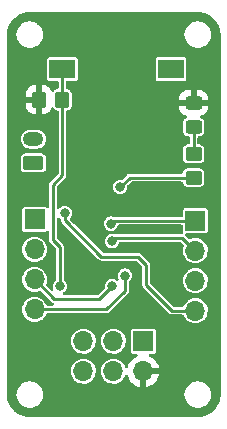
<source format=gbr>
G04 #@! TF.GenerationSoftware,KiCad,Pcbnew,(6.0.8)*
G04 #@! TF.CreationDate,2022-10-25T11:31:58-07:00*
G04 #@! TF.ProjectId,SAMD10_demo_in_progress,53414d44-3130-45f6-9465-6d6f5f696e5f,rev?*
G04 #@! TF.SameCoordinates,Original*
G04 #@! TF.FileFunction,Copper,L2,Bot*
G04 #@! TF.FilePolarity,Positive*
%FSLAX46Y46*%
G04 Gerber Fmt 4.6, Leading zero omitted, Abs format (unit mm)*
G04 Created by KiCad (PCBNEW (6.0.8)) date 2022-10-25 11:31:58*
%MOMM*%
%LPD*%
G01*
G04 APERTURE LIST*
G04 Aperture macros list*
%AMRoundRect*
0 Rectangle with rounded corners*
0 $1 Rounding radius*
0 $2 $3 $4 $5 $6 $7 $8 $9 X,Y pos of 4 corners*
0 Add a 4 corners polygon primitive as box body*
4,1,4,$2,$3,$4,$5,$6,$7,$8,$9,$2,$3,0*
0 Add four circle primitives for the rounded corners*
1,1,$1+$1,$2,$3*
1,1,$1+$1,$4,$5*
1,1,$1+$1,$6,$7*
1,1,$1+$1,$8,$9*
0 Add four rect primitives between the rounded corners*
20,1,$1+$1,$2,$3,$4,$5,0*
20,1,$1+$1,$4,$5,$6,$7,0*
20,1,$1+$1,$6,$7,$8,$9,0*
20,1,$1+$1,$8,$9,$2,$3,0*%
G04 Aperture macros list end*
G04 #@! TA.AperFunction,ComponentPad*
%ADD10R,1.700000X1.700000*%
G04 #@! TD*
G04 #@! TA.AperFunction,ComponentPad*
%ADD11O,1.700000X1.700000*%
G04 #@! TD*
G04 #@! TA.AperFunction,ComponentPad*
%ADD12RoundRect,0.250000X0.625000X-0.350000X0.625000X0.350000X-0.625000X0.350000X-0.625000X-0.350000X0*%
G04 #@! TD*
G04 #@! TA.AperFunction,ComponentPad*
%ADD13O,1.750000X1.200000*%
G04 #@! TD*
G04 #@! TA.AperFunction,SMDPad,CuDef*
%ADD14R,2.180000X1.600000*%
G04 #@! TD*
G04 #@! TA.AperFunction,SMDPad,CuDef*
%ADD15RoundRect,0.250000X-0.450000X0.350000X-0.450000X-0.350000X0.450000X-0.350000X0.450000X0.350000X0*%
G04 #@! TD*
G04 #@! TA.AperFunction,SMDPad,CuDef*
%ADD16RoundRect,0.250000X-0.350000X-0.450000X0.350000X-0.450000X0.350000X0.450000X-0.350000X0.450000X0*%
G04 #@! TD*
G04 #@! TA.AperFunction,SMDPad,CuDef*
%ADD17RoundRect,0.250000X0.450000X-0.325000X0.450000X0.325000X-0.450000X0.325000X-0.450000X-0.325000X0*%
G04 #@! TD*
G04 #@! TA.AperFunction,ViaPad*
%ADD18C,0.800000*%
G04 #@! TD*
G04 #@! TA.AperFunction,Conductor*
%ADD19C,0.250000*%
G04 #@! TD*
G04 APERTURE END LIST*
D10*
X80150000Y-88560000D03*
D11*
X80150000Y-91100000D03*
X77610000Y-88560000D03*
X77610000Y-91100000D03*
X75070000Y-88560000D03*
X75070000Y-91100000D03*
D10*
X84550000Y-78350000D03*
D11*
X84550000Y-80890000D03*
X84550000Y-83430000D03*
X84550000Y-85970000D03*
D10*
X70950000Y-78250000D03*
D11*
X70950000Y-80790000D03*
X70950000Y-83330000D03*
X70950000Y-85870000D03*
D12*
X70850000Y-73450000D03*
D13*
X70850000Y-71450000D03*
D14*
X73300000Y-65500000D03*
X82500000Y-65500000D03*
D15*
X84400000Y-72700000D03*
X84400000Y-74700000D03*
D16*
X71300000Y-68100000D03*
X73300000Y-68100000D03*
D17*
X84400000Y-70425000D03*
X84400000Y-68375000D03*
D18*
X78200000Y-75500000D03*
X82600000Y-65500000D03*
X70800000Y-90900000D03*
X79750000Y-70450000D03*
X83600000Y-91900000D03*
X82000000Y-80800000D03*
X73100000Y-83900000D03*
X73500000Y-77700000D03*
X77500000Y-80100000D03*
X77400000Y-78600000D03*
X78600000Y-83000000D03*
X77500000Y-83900000D03*
D19*
X79000000Y-74700000D02*
X84400000Y-74700000D01*
X78200000Y-75500000D02*
X79000000Y-74700000D01*
X84400000Y-70425000D02*
X84400000Y-72700000D01*
X73300000Y-74500000D02*
X72500000Y-75300000D01*
X73100000Y-80600000D02*
X73100000Y-83900000D01*
X73300000Y-68100000D02*
X73300000Y-65500000D01*
X73300000Y-68100000D02*
X73300000Y-74500000D01*
X72500000Y-75300000D02*
X72500000Y-80000000D01*
X72500000Y-80000000D02*
X73100000Y-80600000D01*
X80400000Y-82100000D02*
X79700000Y-81400000D01*
X84550000Y-85970000D02*
X82570000Y-85970000D01*
X80400000Y-83800000D02*
X80400000Y-82100000D01*
X79700000Y-81400000D02*
X76600000Y-81400000D01*
X76600000Y-81400000D02*
X73500000Y-78300000D01*
X82570000Y-85970000D02*
X80400000Y-83800000D01*
X73500000Y-78300000D02*
X73500000Y-77700000D01*
X77500000Y-80100000D02*
X77800000Y-79800000D01*
X77800000Y-79800000D02*
X83460000Y-79800000D01*
X83460000Y-79800000D02*
X84550000Y-80890000D01*
X77400000Y-78600000D02*
X77650000Y-78350000D01*
X77650000Y-78350000D02*
X84550000Y-78350000D01*
X78600000Y-83000000D02*
X78600000Y-84300000D01*
X78600000Y-84300000D02*
X77030000Y-85870000D01*
X77030000Y-85870000D02*
X70950000Y-85870000D01*
X76400000Y-85000000D02*
X77500000Y-83900000D01*
X70950000Y-83330000D02*
X72620000Y-85000000D01*
X72620000Y-85000000D02*
X76400000Y-85000000D01*
G04 #@! TA.AperFunction,Conductor*
G36*
X84970784Y-60682427D02*
G01*
X85339726Y-60760819D01*
X85364796Y-60768965D01*
X85709389Y-60922420D01*
X85732180Y-60935578D01*
X86037341Y-61157236D01*
X86056925Y-61174867D01*
X86214776Y-61350169D01*
X86309301Y-61455145D01*
X86324785Y-61476457D01*
X86362584Y-61541925D01*
X86513380Y-61803110D01*
X86524097Y-61827182D01*
X86640647Y-62185972D01*
X86646120Y-62211724D01*
X86686809Y-62598701D01*
X86687500Y-62611877D01*
X86687500Y-93068123D01*
X86686809Y-93081299D01*
X86686498Y-93084253D01*
X86646120Y-93468276D01*
X86640647Y-93494028D01*
X86524097Y-93852818D01*
X86513380Y-93876890D01*
X86408711Y-94058181D01*
X86329082Y-94196102D01*
X86324786Y-94203542D01*
X86309302Y-94224854D01*
X86211195Y-94333807D01*
X86056926Y-94505132D01*
X86037341Y-94522764D01*
X85732180Y-94744422D01*
X85709389Y-94757580D01*
X85364796Y-94911035D01*
X85339726Y-94919181D01*
X84970784Y-94997573D01*
X84944596Y-95000324D01*
X70343399Y-95000324D01*
X70317211Y-94997572D01*
X69948276Y-94919180D01*
X69923206Y-94911035D01*
X69578611Y-94757580D01*
X69555820Y-94744422D01*
X69250659Y-94522764D01*
X69231074Y-94505132D01*
X69076805Y-94333807D01*
X68978698Y-94224854D01*
X68963214Y-94203542D01*
X68958919Y-94196102D01*
X68880851Y-94060886D01*
X68774621Y-93876891D01*
X68763904Y-93852819D01*
X68647353Y-93494028D01*
X68641880Y-93468276D01*
X68601615Y-93085328D01*
X69409317Y-93085328D01*
X69411380Y-93095033D01*
X69411534Y-93097970D01*
X69412223Y-93102322D01*
X69432050Y-93290918D01*
X69432280Y-93295310D01*
X69432742Y-93298230D01*
X69432740Y-93308146D01*
X69434396Y-93313246D01*
X69434957Y-93318579D01*
X69438991Y-93327638D01*
X69439756Y-93330493D01*
X69441328Y-93334589D01*
X69499959Y-93515128D01*
X69501105Y-93519406D01*
X69502150Y-93522126D01*
X69504212Y-93531822D01*
X69506882Y-93536445D01*
X69508531Y-93541522D01*
X69514357Y-93549544D01*
X69515678Y-93552137D01*
X69518088Y-93555848D01*
X69612955Y-93720099D01*
X69614937Y-93723988D01*
X69616558Y-93726486D01*
X69620592Y-93735551D01*
X69624188Y-93739546D01*
X69626875Y-93744199D01*
X69634249Y-93750837D01*
X69636127Y-93753155D01*
X69639205Y-93756233D01*
X69766173Y-93897307D01*
X69768973Y-93900764D01*
X69771014Y-93902803D01*
X69776847Y-93910827D01*
X69781156Y-93913955D01*
X69784717Y-93917912D01*
X69793302Y-93922871D01*
X69795543Y-93924687D01*
X69799275Y-93927109D01*
X69846403Y-93961322D01*
X69952768Y-94038540D01*
X69956158Y-94041285D01*
X69958667Y-94042915D01*
X69966036Y-94049552D01*
X69970955Y-94051743D01*
X69975309Y-94054904D01*
X69984739Y-94057963D01*
X69987419Y-94059328D01*
X69991476Y-94060885D01*
X70162585Y-94137106D01*
X70164746Y-94138068D01*
X70164759Y-94138074D01*
X70168690Y-94140078D01*
X70171424Y-94141128D01*
X70180009Y-94146085D01*
X70185241Y-94147198D01*
X70190127Y-94149374D01*
X70199992Y-94150412D01*
X70202829Y-94151173D01*
X70207181Y-94151863D01*
X70392771Y-94191327D01*
X70397032Y-94192469D01*
X70399932Y-94192928D01*
X70409362Y-94195992D01*
X70414711Y-94195992D01*
X70419945Y-94197105D01*
X70429808Y-94196069D01*
X70432739Y-94196223D01*
X70437145Y-94195992D01*
X70626879Y-94195992D01*
X70631284Y-94196223D01*
X70634212Y-94196069D01*
X70644076Y-94197105D01*
X70649310Y-94195992D01*
X70654658Y-94195992D01*
X70664085Y-94192929D01*
X70666980Y-94192471D01*
X70671241Y-94191329D01*
X70856833Y-94151862D01*
X70861183Y-94151172D01*
X70864020Y-94150411D01*
X70873883Y-94149373D01*
X70878768Y-94147197D01*
X70884002Y-94146084D01*
X70892588Y-94141126D01*
X70895323Y-94140076D01*
X70899260Y-94138069D01*
X71072530Y-94060886D01*
X71076591Y-94059327D01*
X71079260Y-94057969D01*
X71088699Y-94054906D01*
X71093057Y-94051742D01*
X71097974Y-94049552D01*
X71105343Y-94042915D01*
X71107859Y-94041280D01*
X71111233Y-94038548D01*
X71264745Y-93927109D01*
X71268482Y-93924683D01*
X71270717Y-93922872D01*
X71279306Y-93917910D01*
X71282866Y-93913954D01*
X71287171Y-93910829D01*
X71293004Y-93902807D01*
X71295040Y-93900773D01*
X71297843Y-93897312D01*
X71424801Y-93756237D01*
X71427885Y-93753153D01*
X71429763Y-93750834D01*
X71437135Y-93744199D01*
X71439823Y-93739545D01*
X71443420Y-93735548D01*
X71447448Y-93726494D01*
X71449070Y-93723995D01*
X71451054Y-93720100D01*
X71545913Y-93555862D01*
X71548323Y-93552151D01*
X71549650Y-93549547D01*
X71555477Y-93541526D01*
X71557127Y-93536447D01*
X71559798Y-93531822D01*
X71561861Y-93522123D01*
X71562906Y-93519403D01*
X71564051Y-93515129D01*
X71622693Y-93334587D01*
X71624269Y-93330481D01*
X71625033Y-93327631D01*
X71629065Y-93318574D01*
X71629625Y-93313247D01*
X71631280Y-93308151D01*
X71631279Y-93298240D01*
X71631740Y-93295328D01*
X71631970Y-93290931D01*
X71651788Y-93102325D01*
X71652476Y-93097979D01*
X71652631Y-93095032D01*
X71654693Y-93085333D01*
X83633307Y-93085333D01*
X83635369Y-93095032D01*
X83635524Y-93097976D01*
X83636212Y-93102319D01*
X83636213Y-93102325D01*
X83636213Y-93102327D01*
X83656030Y-93290940D01*
X83656259Y-93295316D01*
X83656721Y-93298233D01*
X83656720Y-93308150D01*
X83658374Y-93313241D01*
X83658934Y-93318574D01*
X83662968Y-93327635D01*
X83663730Y-93330478D01*
X83665310Y-93334596D01*
X83723947Y-93515122D01*
X83725092Y-93519396D01*
X83726139Y-93522123D01*
X83728202Y-93531822D01*
X83730873Y-93536447D01*
X83732523Y-93541526D01*
X83738350Y-93549549D01*
X83739672Y-93552144D01*
X83742080Y-93555852D01*
X83836943Y-93720095D01*
X83838928Y-93723992D01*
X83840552Y-93726494D01*
X83844580Y-93735548D01*
X83848177Y-93739545D01*
X83850865Y-93744199D01*
X83858237Y-93750834D01*
X83860115Y-93753153D01*
X83863199Y-93756237D01*
X83990157Y-93897312D01*
X83992960Y-93900773D01*
X83994996Y-93902807D01*
X84000829Y-93910829D01*
X84005134Y-93913954D01*
X84008694Y-93917910D01*
X84017283Y-93922872D01*
X84019518Y-93924683D01*
X84023255Y-93927109D01*
X84176767Y-94038548D01*
X84180141Y-94041280D01*
X84182657Y-94042915D01*
X84190026Y-94049552D01*
X84194943Y-94051742D01*
X84199301Y-94054906D01*
X84208738Y-94057968D01*
X84211412Y-94059329D01*
X84215466Y-94060885D01*
X84388750Y-94138075D01*
X84392672Y-94140074D01*
X84395410Y-94141125D01*
X84403998Y-94146084D01*
X84409228Y-94147196D01*
X84414117Y-94149374D01*
X84423980Y-94150412D01*
X84426805Y-94151170D01*
X84431167Y-94151862D01*
X84616763Y-94191330D01*
X84621023Y-94192471D01*
X84623913Y-94192929D01*
X84633342Y-94195992D01*
X84638690Y-94195992D01*
X84643924Y-94197105D01*
X84653788Y-94196069D01*
X84656716Y-94196223D01*
X84661121Y-94195992D01*
X84850855Y-94195992D01*
X84855261Y-94196223D01*
X84858192Y-94196069D01*
X84868055Y-94197105D01*
X84873289Y-94195992D01*
X84878638Y-94195992D01*
X84888071Y-94192927D01*
X84890970Y-94192468D01*
X84895220Y-94191329D01*
X85080840Y-94151859D01*
X85085177Y-94151172D01*
X85088012Y-94150412D01*
X85097873Y-94149373D01*
X85102755Y-94147198D01*
X85107991Y-94146085D01*
X85116580Y-94141125D01*
X85119315Y-94140075D01*
X85123252Y-94138068D01*
X85296528Y-94060883D01*
X85300583Y-94059327D01*
X85303257Y-94057965D01*
X85312691Y-94054904D01*
X85317045Y-94051743D01*
X85321964Y-94049552D01*
X85329332Y-94042916D01*
X85331841Y-94041286D01*
X85335228Y-94038543D01*
X85488719Y-93927114D01*
X85492463Y-93924683D01*
X85494701Y-93922870D01*
X85503283Y-93917912D01*
X85506844Y-93913955D01*
X85511153Y-93910827D01*
X85516986Y-93902803D01*
X85519027Y-93900764D01*
X85521827Y-93897307D01*
X85648795Y-93756233D01*
X85651873Y-93753155D01*
X85653751Y-93750837D01*
X85661125Y-93744199D01*
X85663812Y-93739546D01*
X85667408Y-93735551D01*
X85671442Y-93726486D01*
X85673063Y-93723988D01*
X85675045Y-93720099D01*
X85769912Y-93555848D01*
X85772322Y-93552137D01*
X85773643Y-93549544D01*
X85779469Y-93541522D01*
X85781118Y-93536445D01*
X85783788Y-93531822D01*
X85785851Y-93522126D01*
X85786893Y-93519413D01*
X85788040Y-93515131D01*
X85846670Y-93334595D01*
X85848246Y-93330490D01*
X85849011Y-93327635D01*
X85853043Y-93318579D01*
X85853604Y-93313245D01*
X85855260Y-93308145D01*
X85855258Y-93298227D01*
X85855720Y-93295306D01*
X85855950Y-93290918D01*
X85875777Y-93102322D01*
X85876466Y-93097970D01*
X85876620Y-93095033D01*
X85878683Y-93085328D01*
X85878123Y-93080001D01*
X85878683Y-93074677D01*
X85876622Y-93064977D01*
X85876468Y-93062038D01*
X85875780Y-93057696D01*
X85865864Y-92963329D01*
X85855948Y-92868960D01*
X85855717Y-92864548D01*
X85855258Y-92861651D01*
X85855258Y-92851738D01*
X85853603Y-92846645D01*
X85853044Y-92841324D01*
X85849009Y-92832261D01*
X85848249Y-92829423D01*
X85846675Y-92825323D01*
X85788042Y-92644869D01*
X85786897Y-92640600D01*
X85785852Y-92637880D01*
X85783788Y-92628178D01*
X85781113Y-92623547D01*
X85779462Y-92618465D01*
X85773634Y-92610444D01*
X85772306Y-92607837D01*
X85769903Y-92604137D01*
X85675045Y-92439901D01*
X85673063Y-92436012D01*
X85671442Y-92433514D01*
X85667408Y-92424449D01*
X85663812Y-92420454D01*
X85661125Y-92415801D01*
X85653751Y-92409163D01*
X85651873Y-92406845D01*
X85648790Y-92403762D01*
X85521855Y-92262722D01*
X85519074Y-92259287D01*
X85517009Y-92257222D01*
X85511180Y-92249200D01*
X85506857Y-92246059D01*
X85503283Y-92242088D01*
X85494697Y-92237129D01*
X85492430Y-92235292D01*
X85488719Y-92232881D01*
X85469382Y-92218831D01*
X85335174Y-92121321D01*
X85331740Y-92118541D01*
X85329297Y-92116955D01*
X85321927Y-92110323D01*
X85317048Y-92108152D01*
X85312726Y-92105012D01*
X85303292Y-92101947D01*
X85300696Y-92100624D01*
X85296575Y-92099043D01*
X85123254Y-92021927D01*
X85119357Y-92019942D01*
X85116580Y-92018876D01*
X85107991Y-92013915D01*
X85102737Y-92012798D01*
X85097831Y-92010615D01*
X85087970Y-92009582D01*
X85085092Y-92008811D01*
X85080769Y-92008127D01*
X84895229Y-91968673D01*
X84890968Y-91967531D01*
X84888068Y-91967072D01*
X84878638Y-91964008D01*
X84873289Y-91964008D01*
X84868055Y-91962895D01*
X84858192Y-91963931D01*
X84855261Y-91963777D01*
X84850855Y-91964008D01*
X84661121Y-91964008D01*
X84656716Y-91963777D01*
X84653788Y-91963931D01*
X84643924Y-91962895D01*
X84638690Y-91964008D01*
X84633342Y-91964008D01*
X84623915Y-91967071D01*
X84621021Y-91967529D01*
X84616760Y-91968671D01*
X84431216Y-92008128D01*
X84426893Y-92008812D01*
X84424020Y-92009581D01*
X84414159Y-92010615D01*
X84409250Y-92012799D01*
X84403998Y-92013916D01*
X84395409Y-92018876D01*
X84392630Y-92019943D01*
X84388740Y-92021924D01*
X84215422Y-92099039D01*
X84211309Y-92100617D01*
X84208703Y-92101945D01*
X84199266Y-92105011D01*
X84194943Y-92108152D01*
X84190063Y-92110323D01*
X84182684Y-92116964D01*
X84180233Y-92118555D01*
X84176816Y-92121321D01*
X84023254Y-92232886D01*
X84019542Y-92235297D01*
X84017279Y-92237131D01*
X84008694Y-92242090D01*
X84005121Y-92246060D01*
X84000802Y-92249198D01*
X83994977Y-92257216D01*
X83992913Y-92259280D01*
X83990123Y-92262726D01*
X83928925Y-92330729D01*
X83896794Y-92366433D01*
X83863199Y-92403763D01*
X83860115Y-92406847D01*
X83858237Y-92409166D01*
X83850865Y-92415801D01*
X83848177Y-92420455D01*
X83844580Y-92424452D01*
X83840552Y-92433506D01*
X83838930Y-92436005D01*
X83836946Y-92439900D01*
X83836946Y-92439901D01*
X83836944Y-92439904D01*
X83742091Y-92604131D01*
X83739693Y-92607822D01*
X83738361Y-92610436D01*
X83732530Y-92618460D01*
X83730877Y-92623547D01*
X83728202Y-92628178D01*
X83726139Y-92637877D01*
X83725088Y-92640612D01*
X83723947Y-92644870D01*
X83723945Y-92644878D01*
X83665306Y-92825319D01*
X83663722Y-92829444D01*
X83662965Y-92832270D01*
X83658933Y-92841329D01*
X83658374Y-92846649D01*
X83656722Y-92851733D01*
X83656722Y-92861651D01*
X83656264Y-92864543D01*
X83656033Y-92868946D01*
X83636210Y-93057693D01*
X83635524Y-93062024D01*
X83635369Y-93064971D01*
X83633307Y-93074672D01*
X83633867Y-93080001D01*
X83633307Y-93085333D01*
X71654693Y-93085333D01*
X71654133Y-93080002D01*
X71654693Y-93074673D01*
X71652632Y-93064978D01*
X71652478Y-93062033D01*
X71651791Y-93057694D01*
X71631967Y-92868946D01*
X71631736Y-92864543D01*
X71631278Y-92861651D01*
X71631278Y-92851733D01*
X71629626Y-92846649D01*
X71629067Y-92841329D01*
X71625034Y-92832267D01*
X71624277Y-92829443D01*
X71622696Y-92825323D01*
X71564054Y-92644876D01*
X71564054Y-92644874D01*
X71564053Y-92644872D01*
X71562912Y-92640613D01*
X71561861Y-92637876D01*
X71559798Y-92628178D01*
X71557123Y-92623547D01*
X71555470Y-92618460D01*
X71549639Y-92610436D01*
X71548307Y-92607822D01*
X71545909Y-92604131D01*
X71451056Y-92439904D01*
X71451055Y-92439901D01*
X71451054Y-92439900D01*
X71449070Y-92436005D01*
X71447448Y-92433506D01*
X71443420Y-92424452D01*
X71439823Y-92420455D01*
X71437135Y-92415801D01*
X71429763Y-92409166D01*
X71427885Y-92406847D01*
X71424801Y-92403763D01*
X71391207Y-92366433D01*
X71359075Y-92330729D01*
X71297877Y-92262726D01*
X71295087Y-92259280D01*
X71293023Y-92257216D01*
X71287198Y-92249198D01*
X71282879Y-92246060D01*
X71279306Y-92242090D01*
X71270721Y-92237131D01*
X71268458Y-92235297D01*
X71264746Y-92232886D01*
X71111184Y-92121321D01*
X71107767Y-92118555D01*
X71105316Y-92116964D01*
X71097937Y-92110323D01*
X71093057Y-92108152D01*
X71088734Y-92105011D01*
X71079296Y-92101945D01*
X71076700Y-92100622D01*
X71072589Y-92099045D01*
X70899248Y-92021920D01*
X70895366Y-92019942D01*
X70892591Y-92018876D01*
X70884002Y-92013916D01*
X70878750Y-92012799D01*
X70873841Y-92010615D01*
X70863980Y-92009581D01*
X70861107Y-92008812D01*
X70856784Y-92008128D01*
X70671240Y-91968671D01*
X70666979Y-91967529D01*
X70664085Y-91967071D01*
X70654658Y-91964008D01*
X70649310Y-91964008D01*
X70644076Y-91962895D01*
X70634212Y-91963931D01*
X70631284Y-91963777D01*
X70626879Y-91964008D01*
X70437145Y-91964008D01*
X70432739Y-91963777D01*
X70429808Y-91963931D01*
X70419945Y-91962895D01*
X70414711Y-91964008D01*
X70409362Y-91964008D01*
X70399932Y-91967072D01*
X70397032Y-91967531D01*
X70392771Y-91968673D01*
X70207231Y-92008127D01*
X70202908Y-92008811D01*
X70200030Y-92009582D01*
X70190169Y-92010615D01*
X70185263Y-92012798D01*
X70180009Y-92013915D01*
X70171418Y-92018876D01*
X70168642Y-92019942D01*
X70164752Y-92021924D01*
X69991434Y-92099039D01*
X69987306Y-92100623D01*
X69984709Y-92101947D01*
X69975274Y-92105012D01*
X69970952Y-92108152D01*
X69966073Y-92110323D01*
X69958703Y-92116955D01*
X69956260Y-92118541D01*
X69952826Y-92121321D01*
X69826760Y-92212916D01*
X69799282Y-92232880D01*
X69795569Y-92235292D01*
X69793302Y-92237129D01*
X69784717Y-92242088D01*
X69781143Y-92246059D01*
X69776820Y-92249200D01*
X69770991Y-92257222D01*
X69768926Y-92259287D01*
X69766145Y-92262722D01*
X69639210Y-92403762D01*
X69636127Y-92406845D01*
X69634249Y-92409163D01*
X69626875Y-92415801D01*
X69624188Y-92420454D01*
X69620592Y-92424449D01*
X69616558Y-92433514D01*
X69614937Y-92436012D01*
X69612955Y-92439901D01*
X69518100Y-92604132D01*
X69515693Y-92607838D01*
X69514367Y-92610441D01*
X69508538Y-92618464D01*
X69506886Y-92623548D01*
X69504212Y-92628178D01*
X69502149Y-92637872D01*
X69501101Y-92640602D01*
X69499956Y-92644874D01*
X69441325Y-92825323D01*
X69439751Y-92829423D01*
X69438991Y-92832261D01*
X69434956Y-92841324D01*
X69434397Y-92846645D01*
X69432742Y-92851738D01*
X69432742Y-92861651D01*
X69432283Y-92864548D01*
X69432052Y-92868960D01*
X69422136Y-92963329D01*
X69412220Y-93057696D01*
X69411532Y-93062038D01*
X69411378Y-93064977D01*
X69409317Y-93074677D01*
X69409877Y-93080001D01*
X69409317Y-93085328D01*
X68601615Y-93085328D01*
X68601502Y-93084253D01*
X68601191Y-93081299D01*
X68600500Y-93068123D01*
X68600500Y-91085262D01*
X74014520Y-91085262D01*
X74031759Y-91290553D01*
X74033458Y-91296478D01*
X74079395Y-91456678D01*
X74088544Y-91488586D01*
X74091359Y-91494063D01*
X74091360Y-91494066D01*
X74179897Y-91666341D01*
X74182712Y-91671818D01*
X74310677Y-91833270D01*
X74315370Y-91837264D01*
X74315371Y-91837265D01*
X74389541Y-91900388D01*
X74467564Y-91966791D01*
X74472942Y-91969797D01*
X74472944Y-91969798D01*
X74548093Y-92011797D01*
X74647398Y-92067297D01*
X74742238Y-92098113D01*
X74837471Y-92129056D01*
X74837475Y-92129057D01*
X74843329Y-92130959D01*
X75047894Y-92155351D01*
X75054029Y-92154879D01*
X75054031Y-92154879D01*
X75110039Y-92150569D01*
X75253300Y-92139546D01*
X75259230Y-92137890D01*
X75259232Y-92137890D01*
X75445797Y-92085800D01*
X75445796Y-92085800D01*
X75451725Y-92084145D01*
X75457214Y-92081372D01*
X75457220Y-92081370D01*
X75630116Y-91994033D01*
X75635610Y-91991258D01*
X75651345Y-91978965D01*
X75793101Y-91868213D01*
X75797951Y-91864424D01*
X75855992Y-91797183D01*
X75928540Y-91713134D01*
X75928540Y-91713133D01*
X75932564Y-91708472D01*
X75953387Y-91671818D01*
X75971056Y-91640714D01*
X76034323Y-91529344D01*
X76099351Y-91333863D01*
X76125171Y-91129474D01*
X76125583Y-91100000D01*
X76124138Y-91085262D01*
X76554520Y-91085262D01*
X76571759Y-91290553D01*
X76573458Y-91296478D01*
X76619395Y-91456678D01*
X76628544Y-91488586D01*
X76631359Y-91494063D01*
X76631360Y-91494066D01*
X76719897Y-91666341D01*
X76722712Y-91671818D01*
X76850677Y-91833270D01*
X76855370Y-91837264D01*
X76855371Y-91837265D01*
X76929541Y-91900388D01*
X77007564Y-91966791D01*
X77012942Y-91969797D01*
X77012944Y-91969798D01*
X77088093Y-92011797D01*
X77187398Y-92067297D01*
X77282238Y-92098113D01*
X77377471Y-92129056D01*
X77377475Y-92129057D01*
X77383329Y-92130959D01*
X77587894Y-92155351D01*
X77594029Y-92154879D01*
X77594031Y-92154879D01*
X77650039Y-92150569D01*
X77793300Y-92139546D01*
X77799230Y-92137890D01*
X77799232Y-92137890D01*
X77985797Y-92085800D01*
X77985796Y-92085800D01*
X77991725Y-92084145D01*
X77997214Y-92081372D01*
X77997220Y-92081370D01*
X78170116Y-91994033D01*
X78175610Y-91991258D01*
X78191345Y-91978965D01*
X78333101Y-91868213D01*
X78337951Y-91864424D01*
X78395992Y-91797183D01*
X78468540Y-91713134D01*
X78468540Y-91713133D01*
X78472564Y-91708472D01*
X78493387Y-91671818D01*
X78511056Y-91640714D01*
X78574323Y-91529344D01*
X78583271Y-91502444D01*
X78598496Y-91456678D01*
X78638978Y-91398354D01*
X78704566Y-91371175D01*
X78774437Y-91383770D01*
X78826406Y-91432141D01*
X78840971Y-91468751D01*
X78848564Y-91502444D01*
X78851645Y-91512275D01*
X78931770Y-91709603D01*
X78936413Y-91718794D01*
X79047694Y-91900388D01*
X79053777Y-91908699D01*
X79193213Y-92069667D01*
X79200580Y-92076883D01*
X79364434Y-92212916D01*
X79372881Y-92218831D01*
X79556756Y-92326279D01*
X79566042Y-92330729D01*
X79765001Y-92406703D01*
X79774899Y-92409579D01*
X79878250Y-92430606D01*
X79892299Y-92429410D01*
X79896000Y-92419065D01*
X79896000Y-92418517D01*
X80404000Y-92418517D01*
X80408064Y-92432359D01*
X80421478Y-92434393D01*
X80428184Y-92433534D01*
X80438262Y-92431392D01*
X80642255Y-92370191D01*
X80651842Y-92366433D01*
X80843095Y-92272739D01*
X80851945Y-92267464D01*
X81025328Y-92143792D01*
X81033200Y-92137139D01*
X81184052Y-91986812D01*
X81190730Y-91978965D01*
X81315003Y-91806020D01*
X81320313Y-91797183D01*
X81414670Y-91606267D01*
X81418469Y-91596672D01*
X81480377Y-91392910D01*
X81482555Y-91382837D01*
X81483986Y-91371962D01*
X81481775Y-91357778D01*
X81468617Y-91354000D01*
X80422115Y-91354000D01*
X80406876Y-91358475D01*
X80405671Y-91359865D01*
X80404000Y-91367548D01*
X80404000Y-92418517D01*
X79896000Y-92418517D01*
X79896000Y-90972000D01*
X79916002Y-90903879D01*
X79969658Y-90857386D01*
X80022000Y-90846000D01*
X81468344Y-90846000D01*
X81481875Y-90842027D01*
X81483180Y-90832947D01*
X81441214Y-90665875D01*
X81437894Y-90656124D01*
X81352972Y-90460814D01*
X81348105Y-90451739D01*
X81232426Y-90272926D01*
X81226136Y-90264757D01*
X81082806Y-90107240D01*
X81075273Y-90100215D01*
X80908139Y-89968222D01*
X80899552Y-89962517D01*
X80713117Y-89859599D01*
X80703705Y-89855369D01*
X80703435Y-89855273D01*
X80703341Y-89855205D01*
X80698989Y-89853249D01*
X80699393Y-89852351D01*
X80645899Y-89813679D01*
X80619983Y-89747581D01*
X80633917Y-89677965D01*
X80683276Y-89626934D01*
X80745495Y-89610500D01*
X81019748Y-89610500D01*
X81025816Y-89609293D01*
X81066061Y-89601288D01*
X81066062Y-89601288D01*
X81078231Y-89598867D01*
X81144552Y-89554552D01*
X81188867Y-89488231D01*
X81195670Y-89454033D01*
X81199293Y-89435816D01*
X81200500Y-89429748D01*
X81200500Y-87690252D01*
X81188867Y-87631769D01*
X81144552Y-87565448D01*
X81078231Y-87521133D01*
X81066062Y-87518712D01*
X81066061Y-87518712D01*
X81025816Y-87510707D01*
X81019748Y-87509500D01*
X79280252Y-87509500D01*
X79274184Y-87510707D01*
X79233939Y-87518712D01*
X79233938Y-87518712D01*
X79221769Y-87521133D01*
X79155448Y-87565448D01*
X79111133Y-87631769D01*
X79099500Y-87690252D01*
X79099500Y-89429748D01*
X79100707Y-89435816D01*
X79104331Y-89454033D01*
X79111133Y-89488231D01*
X79155448Y-89554552D01*
X79221769Y-89598867D01*
X79233938Y-89601288D01*
X79233939Y-89601288D01*
X79274184Y-89609293D01*
X79280252Y-89610500D01*
X79555233Y-89610500D01*
X79623354Y-89630502D01*
X79669847Y-89684158D01*
X79679951Y-89754432D01*
X79650457Y-89819012D01*
X79613413Y-89848263D01*
X79428463Y-89944542D01*
X79419738Y-89950036D01*
X79249433Y-90077905D01*
X79241726Y-90084748D01*
X79094590Y-90238717D01*
X79088104Y-90246727D01*
X78968098Y-90422649D01*
X78963000Y-90431623D01*
X78873338Y-90624783D01*
X78869775Y-90634470D01*
X78841012Y-90738185D01*
X78803533Y-90798483D01*
X78739405Y-90828946D01*
X78668986Y-90819903D01*
X78614636Y-90774224D01*
X78598973Y-90740933D01*
X78598143Y-90738185D01*
X78585935Y-90697749D01*
X78489218Y-90515849D01*
X78413206Y-90422649D01*
X78362906Y-90360975D01*
X78362903Y-90360972D01*
X78359011Y-90356200D01*
X78341786Y-90341950D01*
X78205025Y-90228811D01*
X78205021Y-90228809D01*
X78200275Y-90224882D01*
X78019055Y-90126897D01*
X77822254Y-90065977D01*
X77816129Y-90065333D01*
X77816128Y-90065333D01*
X77623498Y-90045087D01*
X77623496Y-90045087D01*
X77617369Y-90044443D01*
X77530529Y-90052346D01*
X77418342Y-90062555D01*
X77418339Y-90062556D01*
X77412203Y-90063114D01*
X77214572Y-90121280D01*
X77032002Y-90216726D01*
X77027201Y-90220586D01*
X77027198Y-90220588D01*
X76994688Y-90246727D01*
X76871447Y-90345815D01*
X76739024Y-90503630D01*
X76736056Y-90509028D01*
X76736053Y-90509033D01*
X76729315Y-90521290D01*
X76639776Y-90684162D01*
X76577484Y-90880532D01*
X76576798Y-90886649D01*
X76576797Y-90886653D01*
X76574865Y-90903879D01*
X76554520Y-91085262D01*
X76124138Y-91085262D01*
X76105480Y-90894970D01*
X76045935Y-90697749D01*
X75949218Y-90515849D01*
X75873206Y-90422649D01*
X75822906Y-90360975D01*
X75822903Y-90360972D01*
X75819011Y-90356200D01*
X75801786Y-90341950D01*
X75665025Y-90228811D01*
X75665021Y-90228809D01*
X75660275Y-90224882D01*
X75479055Y-90126897D01*
X75282254Y-90065977D01*
X75276129Y-90065333D01*
X75276128Y-90065333D01*
X75083498Y-90045087D01*
X75083496Y-90045087D01*
X75077369Y-90044443D01*
X74990529Y-90052346D01*
X74878342Y-90062555D01*
X74878339Y-90062556D01*
X74872203Y-90063114D01*
X74674572Y-90121280D01*
X74492002Y-90216726D01*
X74487201Y-90220586D01*
X74487198Y-90220588D01*
X74454688Y-90246727D01*
X74331447Y-90345815D01*
X74199024Y-90503630D01*
X74196056Y-90509028D01*
X74196053Y-90509033D01*
X74189315Y-90521290D01*
X74099776Y-90684162D01*
X74037484Y-90880532D01*
X74036798Y-90886649D01*
X74036797Y-90886653D01*
X74034865Y-90903879D01*
X74014520Y-91085262D01*
X68600500Y-91085262D01*
X68600500Y-88545262D01*
X74014520Y-88545262D01*
X74031759Y-88750553D01*
X74088544Y-88948586D01*
X74091359Y-88954063D01*
X74091360Y-88954066D01*
X74112247Y-88994707D01*
X74182712Y-89131818D01*
X74310677Y-89293270D01*
X74467564Y-89426791D01*
X74647398Y-89527297D01*
X74731280Y-89554552D01*
X74837471Y-89589056D01*
X74837475Y-89589057D01*
X74843329Y-89590959D01*
X75047894Y-89615351D01*
X75054029Y-89614879D01*
X75054031Y-89614879D01*
X75126625Y-89609293D01*
X75253300Y-89599546D01*
X75259230Y-89597890D01*
X75259232Y-89597890D01*
X75445797Y-89545800D01*
X75445796Y-89545800D01*
X75451725Y-89544145D01*
X75457214Y-89541372D01*
X75457220Y-89541370D01*
X75630116Y-89454033D01*
X75635610Y-89451258D01*
X75797951Y-89324424D01*
X75932564Y-89168472D01*
X75953387Y-89131818D01*
X76031276Y-88994707D01*
X76034323Y-88989344D01*
X76099351Y-88793863D01*
X76125171Y-88589474D01*
X76125583Y-88560000D01*
X76124138Y-88545262D01*
X76554520Y-88545262D01*
X76571759Y-88750553D01*
X76628544Y-88948586D01*
X76631359Y-88954063D01*
X76631360Y-88954066D01*
X76652247Y-88994707D01*
X76722712Y-89131818D01*
X76850677Y-89293270D01*
X77007564Y-89426791D01*
X77187398Y-89527297D01*
X77271280Y-89554552D01*
X77377471Y-89589056D01*
X77377475Y-89589057D01*
X77383329Y-89590959D01*
X77587894Y-89615351D01*
X77594029Y-89614879D01*
X77594031Y-89614879D01*
X77666625Y-89609293D01*
X77793300Y-89599546D01*
X77799230Y-89597890D01*
X77799232Y-89597890D01*
X77985797Y-89545800D01*
X77985796Y-89545800D01*
X77991725Y-89544145D01*
X77997214Y-89541372D01*
X77997220Y-89541370D01*
X78170116Y-89454033D01*
X78175610Y-89451258D01*
X78337951Y-89324424D01*
X78472564Y-89168472D01*
X78493387Y-89131818D01*
X78571276Y-88994707D01*
X78574323Y-88989344D01*
X78639351Y-88793863D01*
X78665171Y-88589474D01*
X78665583Y-88560000D01*
X78645480Y-88354970D01*
X78585935Y-88157749D01*
X78489218Y-87975849D01*
X78415859Y-87885902D01*
X78362906Y-87820975D01*
X78362903Y-87820972D01*
X78359011Y-87816200D01*
X78341786Y-87801950D01*
X78205025Y-87688811D01*
X78205021Y-87688809D01*
X78200275Y-87684882D01*
X78019055Y-87586897D01*
X77822254Y-87525977D01*
X77816129Y-87525333D01*
X77816128Y-87525333D01*
X77623498Y-87505087D01*
X77623496Y-87505087D01*
X77617369Y-87504443D01*
X77530529Y-87512346D01*
X77418342Y-87522555D01*
X77418339Y-87522556D01*
X77412203Y-87523114D01*
X77214572Y-87581280D01*
X77032002Y-87676726D01*
X77027201Y-87680586D01*
X77027198Y-87680588D01*
X76876254Y-87801950D01*
X76871447Y-87805815D01*
X76739024Y-87963630D01*
X76736056Y-87969028D01*
X76736053Y-87969033D01*
X76729315Y-87981290D01*
X76639776Y-88144162D01*
X76577484Y-88340532D01*
X76576798Y-88346649D01*
X76576797Y-88346653D01*
X76555207Y-88539137D01*
X76554520Y-88545262D01*
X76124138Y-88545262D01*
X76105480Y-88354970D01*
X76045935Y-88157749D01*
X75949218Y-87975849D01*
X75875859Y-87885902D01*
X75822906Y-87820975D01*
X75822903Y-87820972D01*
X75819011Y-87816200D01*
X75801786Y-87801950D01*
X75665025Y-87688811D01*
X75665021Y-87688809D01*
X75660275Y-87684882D01*
X75479055Y-87586897D01*
X75282254Y-87525977D01*
X75276129Y-87525333D01*
X75276128Y-87525333D01*
X75083498Y-87505087D01*
X75083496Y-87505087D01*
X75077369Y-87504443D01*
X74990529Y-87512346D01*
X74878342Y-87522555D01*
X74878339Y-87522556D01*
X74872203Y-87523114D01*
X74674572Y-87581280D01*
X74492002Y-87676726D01*
X74487201Y-87680586D01*
X74487198Y-87680588D01*
X74336254Y-87801950D01*
X74331447Y-87805815D01*
X74199024Y-87963630D01*
X74196056Y-87969028D01*
X74196053Y-87969033D01*
X74189315Y-87981290D01*
X74099776Y-88144162D01*
X74037484Y-88340532D01*
X74036798Y-88346649D01*
X74036797Y-88346653D01*
X74015207Y-88539137D01*
X74014520Y-88545262D01*
X68600500Y-88545262D01*
X68600500Y-85855262D01*
X69894520Y-85855262D01*
X69895036Y-85861406D01*
X69903861Y-85966494D01*
X69911759Y-86060553D01*
X69913458Y-86066478D01*
X69958396Y-86223194D01*
X69968544Y-86258586D01*
X69971359Y-86264063D01*
X69971360Y-86264066D01*
X70059897Y-86436341D01*
X70062712Y-86441818D01*
X70190677Y-86603270D01*
X70195370Y-86607264D01*
X70195371Y-86607265D01*
X70339310Y-86729766D01*
X70347564Y-86736791D01*
X70527398Y-86837297D01*
X70589481Y-86857469D01*
X70717471Y-86899056D01*
X70717475Y-86899057D01*
X70723329Y-86900959D01*
X70927894Y-86925351D01*
X70934029Y-86924879D01*
X70934031Y-86924879D01*
X70990039Y-86920569D01*
X71133300Y-86909546D01*
X71139230Y-86907890D01*
X71139232Y-86907890D01*
X71306249Y-86861258D01*
X71331725Y-86854145D01*
X71337214Y-86851372D01*
X71337220Y-86851370D01*
X71510116Y-86764033D01*
X71515610Y-86761258D01*
X71545107Y-86738213D01*
X71673101Y-86638213D01*
X71677951Y-86634424D01*
X71812564Y-86478472D01*
X71833387Y-86441818D01*
X71911275Y-86304709D01*
X71914323Y-86299344D01*
X71920184Y-86281726D01*
X71960666Y-86223403D01*
X72026254Y-86196224D01*
X72039741Y-86195500D01*
X77010290Y-86195500D01*
X77021272Y-86195980D01*
X77047820Y-86198303D01*
X77047822Y-86198303D01*
X77058807Y-86199264D01*
X77095215Y-86189508D01*
X77105942Y-86187130D01*
X77111091Y-86186222D01*
X77143045Y-86180588D01*
X77152590Y-86175077D01*
X77155866Y-86173885D01*
X77159034Y-86172408D01*
X77169684Y-86169554D01*
X77200544Y-86147945D01*
X77209815Y-86142039D01*
X77232906Y-86128707D01*
X77242455Y-86123194D01*
X77266685Y-86094317D01*
X77274111Y-86086215D01*
X78816222Y-84544105D01*
X78824326Y-84536678D01*
X78844750Y-84519540D01*
X78853194Y-84512455D01*
X78858704Y-84502912D01*
X78858707Y-84502908D01*
X78872036Y-84479821D01*
X78877941Y-84470551D01*
X78893232Y-84448713D01*
X78899554Y-84439684D01*
X78902407Y-84429036D01*
X78903886Y-84425865D01*
X78905078Y-84422589D01*
X78910588Y-84413045D01*
X78917134Y-84375924D01*
X78919508Y-84365217D01*
X78929263Y-84328807D01*
X78927981Y-84314145D01*
X78925979Y-84291269D01*
X78925500Y-84280288D01*
X78925500Y-83569286D01*
X78945502Y-83501165D01*
X78974796Y-83469323D01*
X79021736Y-83433305D01*
X79028282Y-83428282D01*
X79124536Y-83302841D01*
X79185044Y-83156762D01*
X79190007Y-83119068D01*
X79204604Y-83008188D01*
X79205682Y-83000000D01*
X79185044Y-82843238D01*
X79124536Y-82697159D01*
X79028282Y-82571718D01*
X78902841Y-82475464D01*
X78756762Y-82414956D01*
X78600000Y-82394318D01*
X78443238Y-82414956D01*
X78297159Y-82475464D01*
X78171718Y-82571718D01*
X78075464Y-82697159D01*
X78014956Y-82843238D01*
X77994318Y-83000000D01*
X77995396Y-83008188D01*
X78009994Y-83119068D01*
X78014956Y-83156762D01*
X78018115Y-83164389D01*
X78018116Y-83164392D01*
X78066630Y-83281515D01*
X78074219Y-83352105D01*
X78042439Y-83415592D01*
X77981381Y-83451819D01*
X77910430Y-83449285D01*
X77873517Y-83429695D01*
X77809397Y-83380494D01*
X77809392Y-83380491D01*
X77802841Y-83375464D01*
X77656762Y-83314956D01*
X77500000Y-83294318D01*
X77343238Y-83314956D01*
X77197159Y-83375464D01*
X77071718Y-83471718D01*
X76975464Y-83597159D01*
X76914956Y-83743238D01*
X76894318Y-83900000D01*
X76900732Y-83948715D01*
X76903118Y-83966842D01*
X76892179Y-84036990D01*
X76867291Y-84072383D01*
X76302079Y-84637595D01*
X76239767Y-84671621D01*
X76212984Y-84674500D01*
X73432820Y-84674500D01*
X73364699Y-84654498D01*
X73318206Y-84600842D01*
X73308102Y-84530568D01*
X73337596Y-84465988D01*
X73384601Y-84432092D01*
X73395207Y-84427699D01*
X73395212Y-84427696D01*
X73402841Y-84424536D01*
X73528282Y-84328282D01*
X73550139Y-84299798D01*
X73619509Y-84209392D01*
X73624536Y-84202841D01*
X73685044Y-84056762D01*
X73705682Y-83900000D01*
X73685044Y-83743238D01*
X73624536Y-83597159D01*
X73528282Y-83471718D01*
X73474796Y-83430677D01*
X73432929Y-83373339D01*
X73425500Y-83330714D01*
X73425500Y-80619713D01*
X73425979Y-80608732D01*
X73428303Y-80582170D01*
X73428303Y-80582168D01*
X73429263Y-80571193D01*
X73419508Y-80534783D01*
X73417133Y-80524072D01*
X73412501Y-80497806D01*
X73410588Y-80486955D01*
X73405079Y-80477412D01*
X73403888Y-80474140D01*
X73402408Y-80470967D01*
X73399554Y-80460316D01*
X73377945Y-80429456D01*
X73372039Y-80420185D01*
X73358707Y-80397094D01*
X73353194Y-80387545D01*
X73324317Y-80363315D01*
X73316215Y-80355889D01*
X72862405Y-79902079D01*
X72828379Y-79839767D01*
X72825500Y-79812984D01*
X72825500Y-78178589D01*
X72845502Y-78110468D01*
X72899158Y-78063975D01*
X72969432Y-78053871D01*
X73034012Y-78083365D01*
X73051463Y-78101885D01*
X73071718Y-78128282D01*
X73078264Y-78133305D01*
X73125204Y-78169323D01*
X73167071Y-78226661D01*
X73174500Y-78269286D01*
X73174500Y-78280290D01*
X73174020Y-78291272D01*
X73170736Y-78328807D01*
X73173590Y-78339456D01*
X73180491Y-78365210D01*
X73182870Y-78375942D01*
X73189412Y-78413045D01*
X73194923Y-78422590D01*
X73196115Y-78425866D01*
X73197592Y-78429034D01*
X73200446Y-78439684D01*
X73206770Y-78448715D01*
X73222055Y-78470544D01*
X73227961Y-78479815D01*
X73241293Y-78502906D01*
X73246806Y-78512455D01*
X73255251Y-78519541D01*
X73275682Y-78536685D01*
X73283785Y-78544111D01*
X76355889Y-81616215D01*
X76363316Y-81624319D01*
X76387545Y-81653194D01*
X76397094Y-81658707D01*
X76420185Y-81672039D01*
X76429456Y-81677945D01*
X76460316Y-81699554D01*
X76470966Y-81702408D01*
X76474134Y-81703885D01*
X76477410Y-81705077D01*
X76486955Y-81710588D01*
X76520699Y-81716538D01*
X76524058Y-81717130D01*
X76534785Y-81719508D01*
X76571193Y-81729264D01*
X76582178Y-81728303D01*
X76582180Y-81728303D01*
X76608728Y-81725980D01*
X76619710Y-81725500D01*
X79512983Y-81725500D01*
X79581104Y-81745502D01*
X79602079Y-81762405D01*
X80037596Y-82197923D01*
X80071621Y-82260235D01*
X80074500Y-82287018D01*
X80074500Y-83780290D01*
X80074020Y-83791272D01*
X80072149Y-83812662D01*
X80070736Y-83828807D01*
X80078919Y-83859344D01*
X80080491Y-83865210D01*
X80082870Y-83875942D01*
X80089412Y-83913045D01*
X80094923Y-83922590D01*
X80096115Y-83925866D01*
X80097592Y-83929034D01*
X80100446Y-83939684D01*
X80106770Y-83948715D01*
X80122055Y-83970544D01*
X80127961Y-83979815D01*
X80137503Y-83996341D01*
X80146806Y-84012455D01*
X80155251Y-84019541D01*
X80175682Y-84036685D01*
X80183785Y-84044111D01*
X82325895Y-86186222D01*
X82333321Y-86194325D01*
X82357545Y-86223194D01*
X82390184Y-86242038D01*
X82399452Y-86247942D01*
X82430316Y-86269553D01*
X82440962Y-86272406D01*
X82444130Y-86273883D01*
X82447407Y-86275076D01*
X82456955Y-86280588D01*
X82486508Y-86285799D01*
X82494069Y-86287132D01*
X82504803Y-86289512D01*
X82541193Y-86299263D01*
X82552169Y-86298303D01*
X82552172Y-86298303D01*
X82578731Y-86295979D01*
X82589712Y-86295500D01*
X83459211Y-86295500D01*
X83527332Y-86315502D01*
X83571278Y-86363906D01*
X83632553Y-86483134D01*
X83662712Y-86541818D01*
X83790677Y-86703270D01*
X83947564Y-86836791D01*
X83952942Y-86839797D01*
X83952944Y-86839798D01*
X83984563Y-86857469D01*
X84127398Y-86937297D01*
X84222238Y-86968113D01*
X84317471Y-86999056D01*
X84317475Y-86999057D01*
X84323329Y-87000959D01*
X84527894Y-87025351D01*
X84534029Y-87024879D01*
X84534031Y-87024879D01*
X84590039Y-87020569D01*
X84733300Y-87009546D01*
X84739230Y-87007890D01*
X84739232Y-87007890D01*
X84925797Y-86955800D01*
X84925796Y-86955800D01*
X84931725Y-86954145D01*
X84937214Y-86951372D01*
X84937220Y-86951370D01*
X85110116Y-86864033D01*
X85115610Y-86861258D01*
X85124715Y-86854145D01*
X85243605Y-86761258D01*
X85277951Y-86734424D01*
X85360998Y-86638213D01*
X85408540Y-86583134D01*
X85408540Y-86583133D01*
X85412564Y-86578472D01*
X85433387Y-86541818D01*
X85451056Y-86510714D01*
X85514323Y-86399344D01*
X85579351Y-86203863D01*
X85605171Y-85999474D01*
X85605583Y-85970000D01*
X85585480Y-85764970D01*
X85525935Y-85567749D01*
X85429218Y-85385849D01*
X85347660Y-85285849D01*
X85302906Y-85230975D01*
X85302903Y-85230972D01*
X85299011Y-85226200D01*
X85291652Y-85220112D01*
X85145025Y-85098811D01*
X85145021Y-85098809D01*
X85140275Y-85094882D01*
X84959055Y-84996897D01*
X84762254Y-84935977D01*
X84756129Y-84935333D01*
X84756128Y-84935333D01*
X84563498Y-84915087D01*
X84563496Y-84915087D01*
X84557369Y-84914443D01*
X84470529Y-84922346D01*
X84358342Y-84932555D01*
X84358339Y-84932556D01*
X84352203Y-84933114D01*
X84154572Y-84991280D01*
X83972002Y-85086726D01*
X83967201Y-85090586D01*
X83967198Y-85090588D01*
X83922906Y-85126200D01*
X83811447Y-85215815D01*
X83679024Y-85373630D01*
X83676056Y-85379028D01*
X83676053Y-85379033D01*
X83605376Y-85507595D01*
X83579776Y-85554162D01*
X83577914Y-85560031D01*
X83575485Y-85565699D01*
X83573458Y-85564830D01*
X83539342Y-85615481D01*
X83474140Y-85643575D01*
X83458901Y-85644500D01*
X82757017Y-85644500D01*
X82688896Y-85624498D01*
X82667922Y-85607595D01*
X80762405Y-83702079D01*
X80728380Y-83639767D01*
X80725500Y-83612984D01*
X80725500Y-83415262D01*
X83494520Y-83415262D01*
X83496035Y-83433305D01*
X83509795Y-83597159D01*
X83511759Y-83620553D01*
X83513458Y-83626478D01*
X83565531Y-83808077D01*
X83568544Y-83818586D01*
X83571359Y-83824063D01*
X83571360Y-83824066D01*
X83635421Y-83948715D01*
X83662712Y-84001818D01*
X83790677Y-84163270D01*
X83795370Y-84167264D01*
X83795371Y-84167265D01*
X83941076Y-84291269D01*
X83947564Y-84296791D01*
X83952942Y-84299797D01*
X83952944Y-84299798D01*
X83992198Y-84321736D01*
X84127398Y-84397297D01*
X84215321Y-84425865D01*
X84317471Y-84459056D01*
X84317475Y-84459057D01*
X84323329Y-84460959D01*
X84527894Y-84485351D01*
X84534029Y-84484879D01*
X84534031Y-84484879D01*
X84599763Y-84479821D01*
X84733300Y-84469546D01*
X84739230Y-84467890D01*
X84739232Y-84467890D01*
X84889748Y-84425865D01*
X84931725Y-84414145D01*
X84937214Y-84411372D01*
X84937220Y-84411370D01*
X85096419Y-84330952D01*
X85115610Y-84321258D01*
X85124715Y-84314145D01*
X85258793Y-84209392D01*
X85277951Y-84194424D01*
X85412564Y-84038472D01*
X85433387Y-84001818D01*
X85476663Y-83925637D01*
X85514323Y-83859344D01*
X85579351Y-83663863D01*
X85605171Y-83459474D01*
X85605583Y-83430000D01*
X85585480Y-83224970D01*
X85525935Y-83027749D01*
X85429218Y-82845849D01*
X85347660Y-82745849D01*
X85302906Y-82690975D01*
X85302903Y-82690972D01*
X85299011Y-82686200D01*
X85183904Y-82590975D01*
X85145025Y-82558811D01*
X85145021Y-82558809D01*
X85140275Y-82554882D01*
X84959055Y-82456897D01*
X84762254Y-82395977D01*
X84756129Y-82395333D01*
X84756128Y-82395333D01*
X84563498Y-82375087D01*
X84563496Y-82375087D01*
X84557369Y-82374443D01*
X84470529Y-82382346D01*
X84358342Y-82392555D01*
X84358339Y-82392556D01*
X84352203Y-82393114D01*
X84154572Y-82451280D01*
X83972002Y-82546726D01*
X83967201Y-82550586D01*
X83967198Y-82550588D01*
X83922906Y-82586200D01*
X83811447Y-82675815D01*
X83679024Y-82833630D01*
X83676056Y-82839028D01*
X83676053Y-82839033D01*
X83624038Y-82933649D01*
X83579776Y-83014162D01*
X83517484Y-83210532D01*
X83516798Y-83216649D01*
X83516797Y-83216653D01*
X83499338Y-83372304D01*
X83494520Y-83415262D01*
X80725500Y-83415262D01*
X80725500Y-82119698D01*
X80725980Y-82108716D01*
X80728302Y-82082180D01*
X80728302Y-82082178D01*
X80729263Y-82071193D01*
X80719512Y-82034803D01*
X80717132Y-82024069D01*
X80712502Y-81997812D01*
X80710588Y-81986955D01*
X80705076Y-81977407D01*
X80703883Y-81974130D01*
X80702406Y-81970962D01*
X80699553Y-81960316D01*
X80677942Y-81929452D01*
X80672038Y-81920184D01*
X80658704Y-81897089D01*
X80653194Y-81887545D01*
X80624330Y-81863325D01*
X80616227Y-81855900D01*
X79944104Y-81183778D01*
X79936677Y-81175673D01*
X79912455Y-81146806D01*
X79902906Y-81141293D01*
X79879815Y-81127961D01*
X79870544Y-81122055D01*
X79848715Y-81106770D01*
X79839684Y-81100446D01*
X79829034Y-81097592D01*
X79825866Y-81096115D01*
X79822590Y-81094923D01*
X79813045Y-81089412D01*
X79779301Y-81083462D01*
X79775942Y-81082870D01*
X79765215Y-81080492D01*
X79728807Y-81070736D01*
X79717822Y-81071697D01*
X79717820Y-81071697D01*
X79691272Y-81074020D01*
X79680290Y-81074500D01*
X76787016Y-81074500D01*
X76718895Y-81054498D01*
X76697921Y-81037595D01*
X74260326Y-78600000D01*
X76794318Y-78600000D01*
X76814956Y-78756762D01*
X76875464Y-78902841D01*
X76971718Y-79028282D01*
X77097159Y-79124536D01*
X77243238Y-79185044D01*
X77400000Y-79205682D01*
X77408188Y-79204604D01*
X77548574Y-79186122D01*
X77556762Y-79185044D01*
X77702841Y-79124536D01*
X77828282Y-79028282D01*
X77924536Y-78902841D01*
X77985044Y-78756762D01*
X77987462Y-78757764D01*
X78017618Y-78708277D01*
X78081475Y-78677247D01*
X78102385Y-78675500D01*
X83373500Y-78675500D01*
X83441621Y-78695502D01*
X83488114Y-78749158D01*
X83499500Y-78801500D01*
X83499500Y-79219748D01*
X83500707Y-79225816D01*
X83505805Y-79251443D01*
X83511133Y-79278231D01*
X83518026Y-79288547D01*
X83522777Y-79300017D01*
X83518585Y-79301753D01*
X83532524Y-79346164D01*
X83513788Y-79414644D01*
X83461004Y-79462124D01*
X83406546Y-79474500D01*
X77819710Y-79474500D01*
X77808728Y-79474020D01*
X77782180Y-79471697D01*
X77782178Y-79471697D01*
X77771193Y-79470736D01*
X77734785Y-79480492D01*
X77724058Y-79482870D01*
X77720699Y-79483462D01*
X77686955Y-79489412D01*
X77677407Y-79494924D01*
X77674125Y-79496119D01*
X77672080Y-79497072D01*
X77670675Y-79497288D01*
X77668952Y-79498002D01*
X77667598Y-79498495D01*
X77667027Y-79498648D01*
X77666954Y-79498446D01*
X77662279Y-79499920D01*
X77660316Y-79500446D01*
X77659914Y-79498944D01*
X77602390Y-79507797D01*
X77508190Y-79495396D01*
X77508188Y-79495396D01*
X77500000Y-79494318D01*
X77343238Y-79514956D01*
X77197159Y-79575464D01*
X77071718Y-79671718D01*
X76975464Y-79797159D01*
X76914956Y-79943238D01*
X76913878Y-79951426D01*
X76910078Y-79980290D01*
X76894318Y-80100000D01*
X76914956Y-80256762D01*
X76975464Y-80402841D01*
X77071718Y-80528282D01*
X77197159Y-80624536D01*
X77343238Y-80685044D01*
X77500000Y-80705682D01*
X77508188Y-80704604D01*
X77648574Y-80686122D01*
X77656762Y-80685044D01*
X77802841Y-80624536D01*
X77928282Y-80528282D01*
X78024536Y-80402841D01*
X78085044Y-80256762D01*
X78087902Y-80235053D01*
X78116625Y-80170126D01*
X78175890Y-80131035D01*
X78212824Y-80125500D01*
X83272984Y-80125500D01*
X83341105Y-80145502D01*
X83362079Y-80162405D01*
X83548257Y-80348583D01*
X83582283Y-80410895D01*
X83579264Y-80475776D01*
X83517484Y-80670532D01*
X83516798Y-80676649D01*
X83516797Y-80676653D01*
X83495207Y-80869137D01*
X83494520Y-80875262D01*
X83495036Y-80881406D01*
X83510935Y-81070736D01*
X83511759Y-81080553D01*
X83513458Y-81086478D01*
X83551557Y-81219344D01*
X83568544Y-81278586D01*
X83571359Y-81284063D01*
X83571360Y-81284066D01*
X83659897Y-81456341D01*
X83662712Y-81461818D01*
X83790677Y-81623270D01*
X83795370Y-81627264D01*
X83795371Y-81627265D01*
X83914091Y-81728303D01*
X83947564Y-81756791D01*
X83952942Y-81759797D01*
X83952944Y-81759798D01*
X83984563Y-81777469D01*
X84127398Y-81857297D01*
X84220492Y-81887545D01*
X84317471Y-81919056D01*
X84317475Y-81919057D01*
X84323329Y-81920959D01*
X84527894Y-81945351D01*
X84534029Y-81944879D01*
X84534031Y-81944879D01*
X84590039Y-81940569D01*
X84733300Y-81929546D01*
X84739230Y-81927890D01*
X84739232Y-81927890D01*
X84883731Y-81887545D01*
X84931725Y-81874145D01*
X84937214Y-81871372D01*
X84937220Y-81871370D01*
X85110116Y-81784033D01*
X85115610Y-81781258D01*
X85124715Y-81774145D01*
X85247845Y-81677945D01*
X85277951Y-81654424D01*
X85286303Y-81644749D01*
X85408540Y-81503134D01*
X85408540Y-81503133D01*
X85412564Y-81498472D01*
X85433387Y-81461818D01*
X85451056Y-81430714D01*
X85514323Y-81319344D01*
X85579351Y-81123863D01*
X85605171Y-80919474D01*
X85605583Y-80890000D01*
X85585480Y-80684970D01*
X85525935Y-80487749D01*
X85429218Y-80305849D01*
X85347660Y-80205849D01*
X85302906Y-80150975D01*
X85302903Y-80150972D01*
X85299011Y-80146200D01*
X85280680Y-80131035D01*
X85145025Y-80018811D01*
X85145021Y-80018809D01*
X85140275Y-80014882D01*
X84959055Y-79916897D01*
X84762254Y-79855977D01*
X84756129Y-79855333D01*
X84756128Y-79855333D01*
X84563498Y-79835087D01*
X84563496Y-79835087D01*
X84557369Y-79834443D01*
X84470529Y-79842346D01*
X84358342Y-79852555D01*
X84358339Y-79852556D01*
X84352203Y-79853114D01*
X84154572Y-79911280D01*
X84149108Y-79914137D01*
X84144781Y-79915885D01*
X84074128Y-79922860D01*
X84008482Y-79888156D01*
X83735921Y-79615595D01*
X83701895Y-79553283D01*
X83706960Y-79482468D01*
X83749507Y-79425632D01*
X83816027Y-79400821D01*
X83825016Y-79400500D01*
X85419748Y-79400500D01*
X85425816Y-79399293D01*
X85466061Y-79391288D01*
X85466062Y-79391288D01*
X85478231Y-79388867D01*
X85544552Y-79344552D01*
X85588867Y-79278231D01*
X85594196Y-79251443D01*
X85599293Y-79225816D01*
X85600500Y-79219748D01*
X85600500Y-77480252D01*
X85588867Y-77421769D01*
X85544552Y-77355448D01*
X85478231Y-77311133D01*
X85466062Y-77308712D01*
X85466061Y-77308712D01*
X85425816Y-77300707D01*
X85419748Y-77299500D01*
X83680252Y-77299500D01*
X83674184Y-77300707D01*
X83633939Y-77308712D01*
X83633938Y-77308712D01*
X83621769Y-77311133D01*
X83555448Y-77355448D01*
X83511133Y-77421769D01*
X83499500Y-77480252D01*
X83499500Y-77898500D01*
X83479498Y-77966621D01*
X83425842Y-78013114D01*
X83373500Y-78024500D01*
X77669710Y-78024500D01*
X77658728Y-78024020D01*
X77632177Y-78021697D01*
X77632171Y-78021698D01*
X77621193Y-78020737D01*
X77611895Y-78023228D01*
X77569690Y-78019536D01*
X77564391Y-78018116D01*
X77556762Y-78014956D01*
X77548578Y-78013879D01*
X77548576Y-78013878D01*
X77408188Y-77995396D01*
X77400000Y-77994318D01*
X77243238Y-78014956D01*
X77097159Y-78075464D01*
X76971718Y-78171718D01*
X76875464Y-78297159D01*
X76814956Y-78443238D01*
X76794318Y-78600000D01*
X74260326Y-78600000D01*
X73945774Y-78285448D01*
X73911748Y-78223136D01*
X73916813Y-78152321D01*
X73934907Y-78119649D01*
X74019506Y-78009397D01*
X74019508Y-78009394D01*
X74024536Y-78002841D01*
X74085044Y-77856762D01*
X74105682Y-77700000D01*
X74085044Y-77543238D01*
X74024536Y-77397159D01*
X73948537Y-77298115D01*
X73933305Y-77278264D01*
X73928282Y-77271718D01*
X73907079Y-77255448D01*
X73834165Y-77199500D01*
X73802841Y-77175464D01*
X73656762Y-77114956D01*
X73500000Y-77094318D01*
X73343238Y-77114956D01*
X73197159Y-77175464D01*
X73165835Y-77199500D01*
X73092922Y-77255448D01*
X73071718Y-77271718D01*
X73066695Y-77278264D01*
X73051463Y-77298115D01*
X72994125Y-77339982D01*
X72923254Y-77344204D01*
X72861351Y-77309440D01*
X72828070Y-77246728D01*
X72825500Y-77221411D01*
X72825500Y-75500000D01*
X77594318Y-75500000D01*
X77614956Y-75656762D01*
X77675464Y-75802841D01*
X77771718Y-75928282D01*
X77897159Y-76024536D01*
X78043238Y-76085044D01*
X78200000Y-76105682D01*
X78208188Y-76104604D01*
X78348574Y-76086122D01*
X78356762Y-76085044D01*
X78502841Y-76024536D01*
X78628282Y-75928282D01*
X78724536Y-75802841D01*
X78785044Y-75656762D01*
X78805682Y-75500000D01*
X78796882Y-75433157D01*
X78807821Y-75363010D01*
X78832709Y-75327617D01*
X79097921Y-75062405D01*
X79160233Y-75028379D01*
X79187016Y-75025500D01*
X83377978Y-75025500D01*
X83446099Y-75045502D01*
X83492592Y-75099158D01*
X83501051Y-75124500D01*
X83501758Y-75127722D01*
X83502481Y-75135369D01*
X83505023Y-75142608D01*
X83505024Y-75142612D01*
X83521879Y-75190608D01*
X83547366Y-75263184D01*
X83552958Y-75270754D01*
X83552959Y-75270757D01*
X83589117Y-75319710D01*
X83627850Y-75372150D01*
X83635421Y-75377742D01*
X83729243Y-75447041D01*
X83729246Y-75447042D01*
X83736816Y-75452634D01*
X83864631Y-75497519D01*
X83872277Y-75498242D01*
X83872278Y-75498242D01*
X83878248Y-75498806D01*
X83896166Y-75500500D01*
X84903834Y-75500500D01*
X84921752Y-75498806D01*
X84927722Y-75498242D01*
X84927723Y-75498242D01*
X84935369Y-75497519D01*
X85063184Y-75452634D01*
X85070754Y-75447042D01*
X85070757Y-75447041D01*
X85164579Y-75377742D01*
X85172150Y-75372150D01*
X85210883Y-75319710D01*
X85247041Y-75270757D01*
X85247042Y-75270754D01*
X85252634Y-75263184D01*
X85297519Y-75135369D01*
X85298547Y-75124500D01*
X85300221Y-75106782D01*
X85300500Y-75103834D01*
X85300500Y-74296166D01*
X85298806Y-74278248D01*
X85298242Y-74272278D01*
X85298242Y-74272277D01*
X85297519Y-74264631D01*
X85252634Y-74136816D01*
X85247042Y-74129246D01*
X85247041Y-74129243D01*
X85177742Y-74035421D01*
X85172150Y-74027850D01*
X85152294Y-74013184D01*
X85070757Y-73952959D01*
X85070754Y-73952958D01*
X85063184Y-73947366D01*
X84935369Y-73902481D01*
X84927723Y-73901758D01*
X84927722Y-73901758D01*
X84921752Y-73901194D01*
X84903834Y-73899500D01*
X83896166Y-73899500D01*
X83878248Y-73901194D01*
X83872278Y-73901758D01*
X83872277Y-73901758D01*
X83864631Y-73902481D01*
X83736816Y-73947366D01*
X83729246Y-73952958D01*
X83729243Y-73952959D01*
X83647706Y-74013184D01*
X83627850Y-74027850D01*
X83622258Y-74035421D01*
X83552959Y-74129243D01*
X83552958Y-74129246D01*
X83547366Y-74136816D01*
X83544247Y-74145699D01*
X83505024Y-74257388D01*
X83505023Y-74257392D01*
X83502481Y-74264631D01*
X83501758Y-74272275D01*
X83501051Y-74275500D01*
X83466916Y-74337753D01*
X83404544Y-74371668D01*
X83377978Y-74374500D01*
X79019710Y-74374500D01*
X79008728Y-74374020D01*
X78982180Y-74371697D01*
X78982178Y-74371697D01*
X78971193Y-74370736D01*
X78934785Y-74380492D01*
X78924058Y-74382870D01*
X78920699Y-74383462D01*
X78886955Y-74389412D01*
X78877410Y-74394923D01*
X78874134Y-74396115D01*
X78870966Y-74397592D01*
X78860316Y-74400446D01*
X78851285Y-74406770D01*
X78829456Y-74422055D01*
X78820185Y-74427961D01*
X78797094Y-74441293D01*
X78787545Y-74446806D01*
X78780459Y-74455251D01*
X78763315Y-74475682D01*
X78755889Y-74483785D01*
X78372383Y-74867291D01*
X78310071Y-74901317D01*
X78266843Y-74903118D01*
X78200000Y-74894318D01*
X78043238Y-74914956D01*
X77897159Y-74975464D01*
X77771718Y-75071718D01*
X77766695Y-75078264D01*
X77752246Y-75097094D01*
X77675464Y-75197159D01*
X77614956Y-75343238D01*
X77594318Y-75500000D01*
X72825500Y-75500000D01*
X72825500Y-75487016D01*
X72845502Y-75418895D01*
X72862405Y-75397921D01*
X73516215Y-74744111D01*
X73524319Y-74736684D01*
X73544749Y-74719541D01*
X73553194Y-74712455D01*
X73558707Y-74702906D01*
X73572039Y-74679815D01*
X73577945Y-74670544D01*
X73593230Y-74648715D01*
X73599554Y-74639684D01*
X73602408Y-74629034D01*
X73603885Y-74625866D01*
X73605077Y-74622590D01*
X73610588Y-74613045D01*
X73617130Y-74575942D01*
X73619509Y-74565210D01*
X73629264Y-74528807D01*
X73625979Y-74491257D01*
X73625500Y-74480276D01*
X73625500Y-69122022D01*
X73645502Y-69053901D01*
X73699158Y-69007408D01*
X73724500Y-68998949D01*
X73727725Y-68998242D01*
X73735369Y-68997519D01*
X73742608Y-68994977D01*
X73742612Y-68994976D01*
X73802872Y-68973814D01*
X73863184Y-68952634D01*
X73870754Y-68947042D01*
X73870757Y-68947041D01*
X73964579Y-68877742D01*
X73972150Y-68872150D01*
X73999154Y-68835590D01*
X74047041Y-68770757D01*
X74047042Y-68770754D01*
X74052634Y-68763184D01*
X74058284Y-68747095D01*
X83192001Y-68747095D01*
X83192338Y-68753614D01*
X83202257Y-68849206D01*
X83205149Y-68862600D01*
X83256588Y-69016784D01*
X83262761Y-69029962D01*
X83348063Y-69167807D01*
X83357099Y-69179208D01*
X83471829Y-69293739D01*
X83483240Y-69302751D01*
X83621243Y-69387816D01*
X83634424Y-69393963D01*
X83781092Y-69442611D01*
X83839451Y-69483042D01*
X83866688Y-69548606D01*
X83854154Y-69618488D01*
X83805830Y-69670500D01*
X83783171Y-69681087D01*
X83736816Y-69697366D01*
X83729246Y-69702958D01*
X83729243Y-69702959D01*
X83644794Y-69765335D01*
X83627850Y-69777850D01*
X83622258Y-69785421D01*
X83552959Y-69879243D01*
X83552958Y-69879246D01*
X83547366Y-69886816D01*
X83502481Y-70014631D01*
X83499500Y-70046166D01*
X83499500Y-70803834D01*
X83502481Y-70835369D01*
X83547366Y-70963184D01*
X83552958Y-70970754D01*
X83552959Y-70970757D01*
X83615335Y-71055206D01*
X83627850Y-71072150D01*
X83635421Y-71077742D01*
X83729243Y-71147041D01*
X83729246Y-71147042D01*
X83736816Y-71152634D01*
X83864631Y-71197519D01*
X83872277Y-71198242D01*
X83872278Y-71198242D01*
X83878248Y-71198806D01*
X83896166Y-71200500D01*
X83948500Y-71200500D01*
X84016621Y-71220502D01*
X84063114Y-71274158D01*
X84074500Y-71326500D01*
X84074500Y-71773500D01*
X84054498Y-71841621D01*
X84000842Y-71888114D01*
X83948500Y-71899500D01*
X83896166Y-71899500D01*
X83878248Y-71901194D01*
X83872278Y-71901758D01*
X83872277Y-71901758D01*
X83864631Y-71902481D01*
X83736816Y-71947366D01*
X83729246Y-71952958D01*
X83729243Y-71952959D01*
X83644794Y-72015335D01*
X83627850Y-72027850D01*
X83622258Y-72035421D01*
X83552959Y-72129243D01*
X83552958Y-72129246D01*
X83547366Y-72136816D01*
X83502481Y-72264631D01*
X83499500Y-72296166D01*
X83499500Y-73103834D01*
X83502481Y-73135369D01*
X83547366Y-73263184D01*
X83552958Y-73270754D01*
X83552959Y-73270757D01*
X83615335Y-73355206D01*
X83627850Y-73372150D01*
X83635421Y-73377742D01*
X83729243Y-73447041D01*
X83729246Y-73447042D01*
X83736816Y-73452634D01*
X83864631Y-73497519D01*
X83872277Y-73498242D01*
X83872278Y-73498242D01*
X83878248Y-73498806D01*
X83896166Y-73500500D01*
X84903834Y-73500500D01*
X84921752Y-73498806D01*
X84927722Y-73498242D01*
X84927723Y-73498242D01*
X84935369Y-73497519D01*
X85063184Y-73452634D01*
X85070754Y-73447042D01*
X85070757Y-73447041D01*
X85164579Y-73377742D01*
X85172150Y-73372150D01*
X85184665Y-73355206D01*
X85247041Y-73270757D01*
X85247042Y-73270754D01*
X85252634Y-73263184D01*
X85297519Y-73135369D01*
X85300500Y-73103834D01*
X85300500Y-72296166D01*
X85297519Y-72264631D01*
X85252634Y-72136816D01*
X85247042Y-72129246D01*
X85247041Y-72129243D01*
X85177742Y-72035421D01*
X85172150Y-72027850D01*
X85155206Y-72015335D01*
X85070757Y-71952959D01*
X85070754Y-71952958D01*
X85063184Y-71947366D01*
X84935369Y-71902481D01*
X84927723Y-71901758D01*
X84927722Y-71901758D01*
X84921752Y-71901194D01*
X84903834Y-71899500D01*
X84851500Y-71899500D01*
X84783379Y-71879498D01*
X84736886Y-71825842D01*
X84725500Y-71773500D01*
X84725500Y-71326500D01*
X84745502Y-71258379D01*
X84799158Y-71211886D01*
X84851500Y-71200500D01*
X84903834Y-71200500D01*
X84921752Y-71198806D01*
X84927722Y-71198242D01*
X84927723Y-71198242D01*
X84935369Y-71197519D01*
X85063184Y-71152634D01*
X85070754Y-71147042D01*
X85070757Y-71147041D01*
X85164579Y-71077742D01*
X85172150Y-71072150D01*
X85184665Y-71055206D01*
X85247041Y-70970757D01*
X85247042Y-70970754D01*
X85252634Y-70963184D01*
X85297519Y-70835369D01*
X85300500Y-70803834D01*
X85300500Y-70046166D01*
X85297519Y-70014631D01*
X85252634Y-69886816D01*
X85247042Y-69879246D01*
X85247041Y-69879243D01*
X85177742Y-69785421D01*
X85172150Y-69777850D01*
X85155206Y-69765335D01*
X85070757Y-69702959D01*
X85070754Y-69702958D01*
X85063184Y-69697366D01*
X85017027Y-69681157D01*
X84959381Y-69639714D01*
X84933293Y-69573684D01*
X84947044Y-69504032D01*
X84996269Y-69452871D01*
X85018899Y-69442750D01*
X85166784Y-69393412D01*
X85179962Y-69387239D01*
X85317807Y-69301937D01*
X85329208Y-69292901D01*
X85443739Y-69178171D01*
X85452751Y-69166760D01*
X85537816Y-69028757D01*
X85543963Y-69015576D01*
X85595138Y-68861290D01*
X85598005Y-68847914D01*
X85607672Y-68753562D01*
X85608000Y-68747146D01*
X85608000Y-68647115D01*
X85603525Y-68631876D01*
X85602135Y-68630671D01*
X85594452Y-68629000D01*
X83210116Y-68629000D01*
X83194877Y-68633475D01*
X83193672Y-68634865D01*
X83192001Y-68642548D01*
X83192001Y-68747095D01*
X74058284Y-68747095D01*
X74097519Y-68635369D01*
X74100500Y-68603834D01*
X74100500Y-68102885D01*
X83192000Y-68102885D01*
X83196475Y-68118124D01*
X83197865Y-68119329D01*
X83205548Y-68121000D01*
X84127885Y-68121000D01*
X84143124Y-68116525D01*
X84144329Y-68115135D01*
X84146000Y-68107452D01*
X84146000Y-68102885D01*
X84654000Y-68102885D01*
X84658475Y-68118124D01*
X84659865Y-68119329D01*
X84667548Y-68121000D01*
X85589884Y-68121000D01*
X85605123Y-68116525D01*
X85606328Y-68115135D01*
X85607999Y-68107452D01*
X85607999Y-68002905D01*
X85607662Y-67996386D01*
X85597743Y-67900794D01*
X85594851Y-67887400D01*
X85543412Y-67733216D01*
X85537239Y-67720038D01*
X85451937Y-67582193D01*
X85442901Y-67570792D01*
X85328171Y-67456261D01*
X85316760Y-67447249D01*
X85178757Y-67362184D01*
X85165576Y-67356037D01*
X85011290Y-67304862D01*
X84997914Y-67301995D01*
X84903562Y-67292328D01*
X84897145Y-67292000D01*
X84672115Y-67292000D01*
X84656876Y-67296475D01*
X84655671Y-67297865D01*
X84654000Y-67305548D01*
X84654000Y-68102885D01*
X84146000Y-68102885D01*
X84146000Y-67310116D01*
X84141525Y-67294877D01*
X84140135Y-67293672D01*
X84132452Y-67292001D01*
X83902905Y-67292001D01*
X83896386Y-67292338D01*
X83800794Y-67302257D01*
X83787400Y-67305149D01*
X83633216Y-67356588D01*
X83620038Y-67362761D01*
X83482193Y-67448063D01*
X83470792Y-67457099D01*
X83356261Y-67571829D01*
X83347249Y-67583240D01*
X83262184Y-67721243D01*
X83256037Y-67734424D01*
X83204862Y-67888710D01*
X83201995Y-67902086D01*
X83192328Y-67996438D01*
X83192000Y-68002855D01*
X83192000Y-68102885D01*
X74100500Y-68102885D01*
X74100500Y-67596166D01*
X74097519Y-67564631D01*
X74052634Y-67436816D01*
X74047042Y-67429246D01*
X74047041Y-67429243D01*
X73977742Y-67335421D01*
X73972150Y-67327850D01*
X73941956Y-67305548D01*
X73870757Y-67252959D01*
X73870754Y-67252958D01*
X73863184Y-67247366D01*
X73802872Y-67226186D01*
X73742612Y-67205024D01*
X73742608Y-67205023D01*
X73735369Y-67202481D01*
X73727725Y-67201758D01*
X73724500Y-67201051D01*
X73662247Y-67166916D01*
X73628332Y-67104544D01*
X73625500Y-67077978D01*
X73625500Y-66626500D01*
X73645502Y-66558379D01*
X73699158Y-66511886D01*
X73751500Y-66500500D01*
X74409748Y-66500500D01*
X74415816Y-66499293D01*
X74456061Y-66491288D01*
X74456062Y-66491288D01*
X74468231Y-66488867D01*
X74534552Y-66444552D01*
X74578867Y-66378231D01*
X74590500Y-66319748D01*
X81209500Y-66319748D01*
X81221133Y-66378231D01*
X81265448Y-66444552D01*
X81331769Y-66488867D01*
X81343938Y-66491288D01*
X81343939Y-66491288D01*
X81384184Y-66499293D01*
X81390252Y-66500500D01*
X83609748Y-66500500D01*
X83615816Y-66499293D01*
X83656061Y-66491288D01*
X83656062Y-66491288D01*
X83668231Y-66488867D01*
X83734552Y-66444552D01*
X83778867Y-66378231D01*
X83790500Y-66319748D01*
X83790500Y-64680252D01*
X83778867Y-64621769D01*
X83734552Y-64555448D01*
X83668231Y-64511133D01*
X83656062Y-64508712D01*
X83656061Y-64508712D01*
X83615816Y-64500707D01*
X83609748Y-64499500D01*
X81390252Y-64499500D01*
X81384184Y-64500707D01*
X81343939Y-64508712D01*
X81343938Y-64508712D01*
X81331769Y-64511133D01*
X81265448Y-64555448D01*
X81221133Y-64621769D01*
X81209500Y-64680252D01*
X81209500Y-66319748D01*
X74590500Y-66319748D01*
X74590500Y-64680252D01*
X74578867Y-64621769D01*
X74534552Y-64555448D01*
X74468231Y-64511133D01*
X74456062Y-64508712D01*
X74456061Y-64508712D01*
X74415816Y-64500707D01*
X74409748Y-64499500D01*
X72190252Y-64499500D01*
X72184184Y-64500707D01*
X72143939Y-64508712D01*
X72143938Y-64508712D01*
X72131769Y-64511133D01*
X72065448Y-64555448D01*
X72021133Y-64621769D01*
X72009500Y-64680252D01*
X72009500Y-66319748D01*
X72021133Y-66378231D01*
X72065448Y-66444552D01*
X72131769Y-66488867D01*
X72143938Y-66491288D01*
X72143939Y-66491288D01*
X72184184Y-66499293D01*
X72190252Y-66500500D01*
X72848500Y-66500500D01*
X72916621Y-66520502D01*
X72963114Y-66574158D01*
X72974500Y-66626500D01*
X72974500Y-67077978D01*
X72954498Y-67146099D01*
X72900842Y-67192592D01*
X72875500Y-67201051D01*
X72872275Y-67201758D01*
X72864631Y-67202481D01*
X72857392Y-67205023D01*
X72857388Y-67205024D01*
X72797128Y-67226186D01*
X72736816Y-67247366D01*
X72729246Y-67252958D01*
X72729243Y-67252959D01*
X72658044Y-67305548D01*
X72627850Y-67327850D01*
X72622258Y-67335421D01*
X72574791Y-67399685D01*
X72518229Y-67442596D01*
X72447448Y-67448115D01*
X72384918Y-67414490D01*
X72353916Y-67364700D01*
X72343413Y-67333218D01*
X72337239Y-67320038D01*
X72251937Y-67182193D01*
X72242901Y-67170792D01*
X72128171Y-67056261D01*
X72116760Y-67047249D01*
X71978757Y-66962184D01*
X71965576Y-66956037D01*
X71811290Y-66904862D01*
X71797914Y-66901995D01*
X71703562Y-66892328D01*
X71697145Y-66892000D01*
X71572115Y-66892000D01*
X71556876Y-66896475D01*
X71555671Y-66897865D01*
X71554000Y-66905548D01*
X71554000Y-69289884D01*
X71558475Y-69305123D01*
X71559865Y-69306328D01*
X71567548Y-69307999D01*
X71697095Y-69307999D01*
X71703614Y-69307662D01*
X71799206Y-69297743D01*
X71812600Y-69294851D01*
X71966784Y-69243412D01*
X71979962Y-69237239D01*
X72117807Y-69151937D01*
X72129208Y-69142901D01*
X72243739Y-69028171D01*
X72252751Y-69016760D01*
X72337816Y-68878757D01*
X72343963Y-68865576D01*
X72353909Y-68835590D01*
X72394340Y-68777230D01*
X72459904Y-68749994D01*
X72529786Y-68762528D01*
X72574853Y-68800399D01*
X72622255Y-68864576D01*
X72622258Y-68864579D01*
X72627850Y-68872150D01*
X72635421Y-68877742D01*
X72729243Y-68947041D01*
X72729246Y-68947042D01*
X72736816Y-68952634D01*
X72797128Y-68973814D01*
X72857388Y-68994976D01*
X72857392Y-68994977D01*
X72864631Y-68997519D01*
X72872275Y-68998242D01*
X72875500Y-68998949D01*
X72937753Y-69033084D01*
X72971668Y-69095456D01*
X72974500Y-69122022D01*
X72974500Y-74312984D01*
X72954498Y-74381105D01*
X72937595Y-74402079D01*
X72283785Y-75055889D01*
X72275681Y-75063316D01*
X72246806Y-75087545D01*
X72241293Y-75097094D01*
X72227961Y-75120185D01*
X72222055Y-75129456D01*
X72200446Y-75160316D01*
X72197592Y-75170966D01*
X72196115Y-75174134D01*
X72194923Y-75177410D01*
X72189412Y-75186955D01*
X72186268Y-75204789D01*
X72182870Y-75224058D01*
X72180492Y-75234785D01*
X72170736Y-75271193D01*
X72171697Y-75282178D01*
X72171697Y-75282180D01*
X72174020Y-75308728D01*
X72174500Y-75319710D01*
X72174500Y-77184628D01*
X72154498Y-77252749D01*
X72100842Y-77299242D01*
X72030568Y-77309346D01*
X71965988Y-77279852D01*
X71959405Y-77273723D01*
X71951443Y-77265761D01*
X71944552Y-77255448D01*
X71878231Y-77211133D01*
X71866062Y-77208712D01*
X71866061Y-77208712D01*
X71825816Y-77200707D01*
X71819748Y-77199500D01*
X70080252Y-77199500D01*
X70074184Y-77200707D01*
X70033939Y-77208712D01*
X70033938Y-77208712D01*
X70021769Y-77211133D01*
X69955448Y-77255448D01*
X69911133Y-77321769D01*
X69908712Y-77333938D01*
X69908712Y-77333939D01*
X69904434Y-77355448D01*
X69899500Y-77380252D01*
X69899500Y-79119748D01*
X69911133Y-79178231D01*
X69955448Y-79244552D01*
X70021769Y-79288867D01*
X70033938Y-79291288D01*
X70033939Y-79291288D01*
X70074184Y-79299293D01*
X70080252Y-79300500D01*
X71819748Y-79300500D01*
X71825816Y-79299293D01*
X71866061Y-79291288D01*
X71866062Y-79291288D01*
X71878231Y-79288867D01*
X71944552Y-79244552D01*
X71951443Y-79234239D01*
X71959405Y-79226277D01*
X72021717Y-79192251D01*
X72092532Y-79197316D01*
X72149368Y-79239863D01*
X72174179Y-79306383D01*
X72174500Y-79315372D01*
X72174500Y-79980290D01*
X72174020Y-79991272D01*
X72170736Y-80028807D01*
X72180491Y-80065210D01*
X72182870Y-80075942D01*
X72189412Y-80113045D01*
X72194923Y-80122590D01*
X72196115Y-80125866D01*
X72197592Y-80129034D01*
X72200446Y-80139684D01*
X72206770Y-80148715D01*
X72222055Y-80170544D01*
X72227961Y-80179815D01*
X72239057Y-80199033D01*
X72246806Y-80212455D01*
X72255251Y-80219541D01*
X72275682Y-80236685D01*
X72283785Y-80244111D01*
X72737595Y-80697921D01*
X72771621Y-80760233D01*
X72774500Y-80787016D01*
X72774500Y-83330714D01*
X72754498Y-83398835D01*
X72725204Y-83430677D01*
X72671718Y-83471718D01*
X72575464Y-83597159D01*
X72514956Y-83743238D01*
X72494318Y-83900000D01*
X72514956Y-84056762D01*
X72518116Y-84064391D01*
X72539741Y-84116598D01*
X72547330Y-84187187D01*
X72515551Y-84250675D01*
X72454493Y-84286902D01*
X72383541Y-84284368D01*
X72334237Y-84253911D01*
X71950715Y-83870389D01*
X71916689Y-83808077D01*
X71920252Y-83741522D01*
X71962536Y-83614411D01*
X71979351Y-83563863D01*
X72005171Y-83359474D01*
X72005583Y-83330000D01*
X71985480Y-83124970D01*
X71925935Y-82927749D01*
X71829218Y-82745849D01*
X71755859Y-82655902D01*
X71702906Y-82590975D01*
X71702903Y-82590972D01*
X71699011Y-82586200D01*
X71681786Y-82571950D01*
X71545025Y-82458811D01*
X71545021Y-82458809D01*
X71540275Y-82454882D01*
X71359055Y-82356897D01*
X71162254Y-82295977D01*
X71156129Y-82295333D01*
X71156128Y-82295333D01*
X70963498Y-82275087D01*
X70963496Y-82275087D01*
X70957369Y-82274443D01*
X70870529Y-82282346D01*
X70758342Y-82292555D01*
X70758339Y-82292556D01*
X70752203Y-82293114D01*
X70554572Y-82351280D01*
X70549107Y-82354137D01*
X70469075Y-82395977D01*
X70372002Y-82446726D01*
X70367201Y-82450586D01*
X70367198Y-82450588D01*
X70232596Y-82558811D01*
X70211447Y-82575815D01*
X70079024Y-82733630D01*
X70076056Y-82739028D01*
X70076053Y-82739033D01*
X70017331Y-82845849D01*
X69979776Y-82914162D01*
X69917484Y-83110532D01*
X69916798Y-83116649D01*
X69916797Y-83116653D01*
X69905310Y-83219068D01*
X69894520Y-83315262D01*
X69895036Y-83321406D01*
X69903861Y-83426494D01*
X69911759Y-83520553D01*
X69913458Y-83526478D01*
X69963811Y-83702079D01*
X69968544Y-83718586D01*
X69971359Y-83724063D01*
X69971360Y-83724066D01*
X70059897Y-83896341D01*
X70062712Y-83901818D01*
X70190677Y-84063270D01*
X70195370Y-84067264D01*
X70195371Y-84067265D01*
X70339310Y-84189766D01*
X70347564Y-84196791D01*
X70352942Y-84199797D01*
X70352944Y-84199798D01*
X70437481Y-84247044D01*
X70527398Y-84297297D01*
X70609683Y-84324033D01*
X70717471Y-84359056D01*
X70717475Y-84359057D01*
X70723329Y-84360959D01*
X70927894Y-84385351D01*
X70934029Y-84384879D01*
X70934031Y-84384879D01*
X70990039Y-84380569D01*
X71133300Y-84369546D01*
X71139230Y-84367890D01*
X71139232Y-84367890D01*
X71306249Y-84321258D01*
X71331725Y-84314145D01*
X71337221Y-84311369D01*
X71344722Y-84307580D01*
X71414544Y-84294721D01*
X71480235Y-84321651D01*
X71490626Y-84330952D01*
X72375889Y-85216215D01*
X72383315Y-85224318D01*
X72407545Y-85253194D01*
X72417094Y-85258707D01*
X72440185Y-85272039D01*
X72449456Y-85277945D01*
X72480316Y-85299554D01*
X72490965Y-85302407D01*
X72495036Y-85304306D01*
X72548321Y-85351223D01*
X72567781Y-85419501D01*
X72547239Y-85487460D01*
X72493216Y-85533526D01*
X72441785Y-85544500D01*
X72041269Y-85544500D01*
X71973148Y-85524498D01*
X71926008Y-85467991D01*
X71925935Y-85467749D01*
X71829218Y-85285849D01*
X71755859Y-85195902D01*
X71702906Y-85130975D01*
X71702903Y-85130972D01*
X71699011Y-85126200D01*
X71681786Y-85111950D01*
X71545025Y-84998811D01*
X71545021Y-84998809D01*
X71540275Y-84994882D01*
X71359055Y-84896897D01*
X71162254Y-84835977D01*
X71156129Y-84835333D01*
X71156128Y-84835333D01*
X70963498Y-84815087D01*
X70963496Y-84815087D01*
X70957369Y-84814443D01*
X70870529Y-84822346D01*
X70758342Y-84832555D01*
X70758339Y-84832556D01*
X70752203Y-84833114D01*
X70554572Y-84891280D01*
X70372002Y-84986726D01*
X70367201Y-84990586D01*
X70367198Y-84990588D01*
X70232596Y-85098811D01*
X70211447Y-85115815D01*
X70079024Y-85273630D01*
X70076056Y-85279028D01*
X70076053Y-85279033D01*
X70021078Y-85379033D01*
X69979776Y-85454162D01*
X69917484Y-85650532D01*
X69894520Y-85855262D01*
X68600500Y-85855262D01*
X68600500Y-80775262D01*
X69894520Y-80775262D01*
X69895036Y-80781406D01*
X69903861Y-80886494D01*
X69911759Y-80980553D01*
X69913458Y-80986478D01*
X69954028Y-81127961D01*
X69968544Y-81178586D01*
X69971359Y-81184063D01*
X69971360Y-81184066D01*
X70059897Y-81356341D01*
X70062712Y-81361818D01*
X70190677Y-81523270D01*
X70195370Y-81527264D01*
X70195371Y-81527265D01*
X70339310Y-81649766D01*
X70347564Y-81656791D01*
X70352942Y-81659797D01*
X70352944Y-81659798D01*
X70391342Y-81681258D01*
X70527398Y-81757297D01*
X70589481Y-81777469D01*
X70717471Y-81819056D01*
X70717475Y-81819057D01*
X70723329Y-81820959D01*
X70927894Y-81845351D01*
X70934029Y-81844879D01*
X70934031Y-81844879D01*
X70990039Y-81840569D01*
X71133300Y-81829546D01*
X71139230Y-81827890D01*
X71139232Y-81827890D01*
X71306249Y-81781258D01*
X71331725Y-81774145D01*
X71337214Y-81771372D01*
X71337220Y-81771370D01*
X71510116Y-81684033D01*
X71515610Y-81681258D01*
X71545107Y-81658213D01*
X71673101Y-81558213D01*
X71677951Y-81554424D01*
X71812564Y-81398472D01*
X71833387Y-81361818D01*
X71911276Y-81224707D01*
X71914323Y-81219344D01*
X71979351Y-81023863D01*
X72005171Y-80819474D01*
X72005583Y-80790000D01*
X71985480Y-80584970D01*
X71925935Y-80387749D01*
X71829218Y-80205849D01*
X71744676Y-80102191D01*
X71702906Y-80050975D01*
X71702903Y-80050972D01*
X71699011Y-80046200D01*
X71677987Y-80028807D01*
X71545025Y-79918811D01*
X71545021Y-79918809D01*
X71540275Y-79914882D01*
X71359055Y-79816897D01*
X71162254Y-79755977D01*
X71156129Y-79755333D01*
X71156128Y-79755333D01*
X70963498Y-79735087D01*
X70963496Y-79735087D01*
X70957369Y-79734443D01*
X70870529Y-79742346D01*
X70758342Y-79752555D01*
X70758339Y-79752556D01*
X70752203Y-79753114D01*
X70554572Y-79811280D01*
X70372002Y-79906726D01*
X70367201Y-79910586D01*
X70367198Y-79910588D01*
X70233828Y-80017820D01*
X70211447Y-80035815D01*
X70079024Y-80193630D01*
X70076056Y-80199028D01*
X70076053Y-80199033D01*
X70048818Y-80248574D01*
X69979776Y-80374162D01*
X69917484Y-80570532D01*
X69916798Y-80576649D01*
X69916797Y-80576653D01*
X69896206Y-80760233D01*
X69894520Y-80775262D01*
X68600500Y-80775262D01*
X68600500Y-73853834D01*
X69774500Y-73853834D01*
X69777481Y-73885369D01*
X69822366Y-74013184D01*
X69827958Y-74020754D01*
X69827959Y-74020757D01*
X69890335Y-74105206D01*
X69902850Y-74122150D01*
X69910421Y-74127742D01*
X70004243Y-74197041D01*
X70004246Y-74197042D01*
X70011816Y-74202634D01*
X70139631Y-74247519D01*
X70147277Y-74248242D01*
X70147278Y-74248242D01*
X70153248Y-74248806D01*
X70171166Y-74250500D01*
X71528834Y-74250500D01*
X71546752Y-74248806D01*
X71552722Y-74248242D01*
X71552723Y-74248242D01*
X71560369Y-74247519D01*
X71688184Y-74202634D01*
X71695754Y-74197042D01*
X71695757Y-74197041D01*
X71789579Y-74127742D01*
X71797150Y-74122150D01*
X71809665Y-74105206D01*
X71872041Y-74020757D01*
X71872042Y-74020754D01*
X71877634Y-74013184D01*
X71922519Y-73885369D01*
X71925500Y-73853834D01*
X71925500Y-73046166D01*
X71922519Y-73014631D01*
X71877634Y-72886816D01*
X71872042Y-72879246D01*
X71872041Y-72879243D01*
X71802742Y-72785421D01*
X71797150Y-72777850D01*
X71780206Y-72765335D01*
X71695757Y-72702959D01*
X71695754Y-72702958D01*
X71688184Y-72697366D01*
X71560369Y-72652481D01*
X71552723Y-72651758D01*
X71552722Y-72651758D01*
X71546752Y-72651194D01*
X71528834Y-72649500D01*
X70171166Y-72649500D01*
X70153248Y-72651194D01*
X70147278Y-72651758D01*
X70147277Y-72651758D01*
X70139631Y-72652481D01*
X70011816Y-72697366D01*
X70004246Y-72702958D01*
X70004243Y-72702959D01*
X69919794Y-72765335D01*
X69902850Y-72777850D01*
X69897258Y-72785421D01*
X69827959Y-72879243D01*
X69827958Y-72879246D01*
X69822366Y-72886816D01*
X69777481Y-73014631D01*
X69774500Y-73046166D01*
X69774500Y-73853834D01*
X68600500Y-73853834D01*
X68600500Y-71444376D01*
X69769455Y-71444376D01*
X69788227Y-71622983D01*
X69846103Y-71792993D01*
X69940206Y-71945955D01*
X69945132Y-71950986D01*
X69945135Y-71950989D01*
X69948838Y-71954770D01*
X70065859Y-72074268D01*
X70071784Y-72078087D01*
X70071786Y-72078088D01*
X70151163Y-72129243D01*
X70216817Y-72171554D01*
X70223437Y-72173963D01*
X70223440Y-72173965D01*
X70378961Y-72230570D01*
X70378964Y-72230571D01*
X70385578Y-72232978D01*
X70412121Y-72236331D01*
X70520355Y-72250004D01*
X70520358Y-72250004D01*
X70524283Y-72250500D01*
X71170155Y-72250500D01*
X71303472Y-72235546D01*
X71310847Y-72232978D01*
X71378451Y-72209436D01*
X71473073Y-72176485D01*
X71480965Y-72171554D01*
X71619401Y-72085049D01*
X71625375Y-72081316D01*
X71689365Y-72017771D01*
X71747810Y-71959733D01*
X71747813Y-71959729D01*
X71752807Y-71954770D01*
X71786450Y-71901758D01*
X71800576Y-71879498D01*
X71849037Y-71803136D01*
X71859643Y-71773352D01*
X71906919Y-71640586D01*
X71906920Y-71640581D01*
X71909281Y-71633951D01*
X71910114Y-71626965D01*
X71910115Y-71626961D01*
X71929711Y-71462617D01*
X71930545Y-71455624D01*
X71911773Y-71277017D01*
X71884710Y-71197519D01*
X71856168Y-71113677D01*
X71856167Y-71113674D01*
X71853897Y-71107007D01*
X71759794Y-70954045D01*
X71754868Y-70949014D01*
X71754865Y-70949011D01*
X71643578Y-70835369D01*
X71634141Y-70825732D01*
X71617413Y-70814951D01*
X71489109Y-70732265D01*
X71483183Y-70728446D01*
X71476563Y-70726037D01*
X71476560Y-70726035D01*
X71321039Y-70669430D01*
X71321036Y-70669429D01*
X71314422Y-70667022D01*
X71257692Y-70659856D01*
X71179645Y-70649996D01*
X71179642Y-70649996D01*
X71175717Y-70649500D01*
X70529845Y-70649500D01*
X70396528Y-70664454D01*
X70389875Y-70666771D01*
X70389874Y-70666771D01*
X70321549Y-70690564D01*
X70226927Y-70723515D01*
X70220953Y-70727248D01*
X70220951Y-70727249D01*
X70212924Y-70732265D01*
X70074625Y-70818684D01*
X70010635Y-70882229D01*
X69952190Y-70940267D01*
X69952187Y-70940271D01*
X69947193Y-70945230D01*
X69850963Y-71096864D01*
X69848598Y-71103506D01*
X69793081Y-71259414D01*
X69793080Y-71259419D01*
X69790719Y-71266049D01*
X69789886Y-71273035D01*
X69789885Y-71273039D01*
X69774648Y-71400823D01*
X69769455Y-71444376D01*
X68600500Y-71444376D01*
X68600500Y-68597095D01*
X70192001Y-68597095D01*
X70192338Y-68603614D01*
X70202257Y-68699206D01*
X70205149Y-68712600D01*
X70256588Y-68866784D01*
X70262761Y-68879962D01*
X70348063Y-69017807D01*
X70357099Y-69029208D01*
X70471829Y-69143739D01*
X70483240Y-69152751D01*
X70621243Y-69237816D01*
X70634424Y-69243963D01*
X70788710Y-69295138D01*
X70802086Y-69298005D01*
X70896438Y-69307672D01*
X70902854Y-69308000D01*
X71027885Y-69308000D01*
X71043124Y-69303525D01*
X71044329Y-69302135D01*
X71046000Y-69294452D01*
X71046000Y-68372115D01*
X71041525Y-68356876D01*
X71040135Y-68355671D01*
X71032452Y-68354000D01*
X70210116Y-68354000D01*
X70194877Y-68358475D01*
X70193672Y-68359865D01*
X70192001Y-68367548D01*
X70192001Y-68597095D01*
X68600500Y-68597095D01*
X68600500Y-67827885D01*
X70192000Y-67827885D01*
X70196475Y-67843124D01*
X70197865Y-67844329D01*
X70205548Y-67846000D01*
X71027885Y-67846000D01*
X71043124Y-67841525D01*
X71044329Y-67840135D01*
X71046000Y-67832452D01*
X71046000Y-66910116D01*
X71041525Y-66894877D01*
X71040135Y-66893672D01*
X71032452Y-66892001D01*
X70902905Y-66892001D01*
X70896386Y-66892338D01*
X70800794Y-66902257D01*
X70787400Y-66905149D01*
X70633216Y-66956588D01*
X70620038Y-66962761D01*
X70482193Y-67048063D01*
X70470792Y-67057099D01*
X70356261Y-67171829D01*
X70347249Y-67183240D01*
X70262184Y-67321243D01*
X70256037Y-67334424D01*
X70204862Y-67488710D01*
X70201995Y-67502086D01*
X70192328Y-67596438D01*
X70192000Y-67602855D01*
X70192000Y-67827885D01*
X68600500Y-67827885D01*
X68600500Y-62611877D01*
X68600844Y-62605323D01*
X69409317Y-62605323D01*
X69411378Y-62615023D01*
X69411532Y-62617962D01*
X69412220Y-62622304D01*
X69429982Y-62791335D01*
X69432052Y-62811039D01*
X69432283Y-62815452D01*
X69432742Y-62818349D01*
X69432742Y-62828262D01*
X69434397Y-62833355D01*
X69434956Y-62838676D01*
X69438991Y-62847739D01*
X69439751Y-62850577D01*
X69441324Y-62854674D01*
X69480170Y-62974229D01*
X69499955Y-63035122D01*
X69501101Y-63039398D01*
X69502149Y-63042128D01*
X69504212Y-63051822D01*
X69506886Y-63056452D01*
X69508538Y-63061536D01*
X69514367Y-63069559D01*
X69515693Y-63072162D01*
X69518100Y-63075868D01*
X69612955Y-63240099D01*
X69614937Y-63243988D01*
X69616558Y-63246486D01*
X69620592Y-63255551D01*
X69624188Y-63259546D01*
X69626875Y-63264199D01*
X69634249Y-63270837D01*
X69636127Y-63273155D01*
X69639210Y-63276238D01*
X69766145Y-63417278D01*
X69768926Y-63420713D01*
X69770991Y-63422778D01*
X69776820Y-63430800D01*
X69781143Y-63433941D01*
X69784717Y-63437912D01*
X69793302Y-63442871D01*
X69795569Y-63444708D01*
X69799273Y-63447114D01*
X69892698Y-63514992D01*
X69952821Y-63558675D01*
X69956260Y-63561459D01*
X69958703Y-63563045D01*
X69966073Y-63569677D01*
X69970952Y-63571848D01*
X69975274Y-63574988D01*
X69984709Y-63578053D01*
X69987306Y-63579377D01*
X69991431Y-63580960D01*
X70164752Y-63658076D01*
X70168642Y-63660058D01*
X70171418Y-63661124D01*
X70180009Y-63666085D01*
X70185263Y-63667202D01*
X70190169Y-63669385D01*
X70200030Y-63670418D01*
X70202908Y-63671189D01*
X70207231Y-63671873D01*
X70392771Y-63711327D01*
X70397032Y-63712469D01*
X70399932Y-63712928D01*
X70409362Y-63715992D01*
X70414711Y-63715992D01*
X70419945Y-63717105D01*
X70429808Y-63716069D01*
X70432739Y-63716223D01*
X70437145Y-63715992D01*
X70626879Y-63715992D01*
X70631284Y-63716223D01*
X70634212Y-63716069D01*
X70644076Y-63717105D01*
X70649310Y-63715992D01*
X70654658Y-63715992D01*
X70664085Y-63712929D01*
X70666979Y-63712471D01*
X70671240Y-63711329D01*
X70856784Y-63671872D01*
X70861107Y-63671188D01*
X70863980Y-63670419D01*
X70873841Y-63669385D01*
X70878750Y-63667201D01*
X70884002Y-63666084D01*
X70892591Y-63661124D01*
X70895366Y-63660058D01*
X70899248Y-63658080D01*
X71072589Y-63580955D01*
X71076700Y-63579378D01*
X71079296Y-63578055D01*
X71088734Y-63574989D01*
X71093057Y-63571848D01*
X71097937Y-63569677D01*
X71105316Y-63563036D01*
X71107767Y-63561445D01*
X71111184Y-63558679D01*
X71264746Y-63447114D01*
X71268458Y-63444703D01*
X71270721Y-63442869D01*
X71279306Y-63437910D01*
X71282879Y-63433940D01*
X71287198Y-63430802D01*
X71293023Y-63422784D01*
X71295087Y-63420720D01*
X71297877Y-63417274D01*
X71424801Y-63276237D01*
X71427885Y-63273153D01*
X71429763Y-63270834D01*
X71437135Y-63264199D01*
X71439823Y-63259545D01*
X71443420Y-63255548D01*
X71447448Y-63246494D01*
X71449070Y-63243995D01*
X71451054Y-63240100D01*
X71545909Y-63075869D01*
X71548307Y-63072178D01*
X71549639Y-63069564D01*
X71555470Y-63061540D01*
X71557123Y-63056453D01*
X71559798Y-63051822D01*
X71561861Y-63042124D01*
X71562912Y-63039387D01*
X71564053Y-63035128D01*
X71622694Y-62854682D01*
X71622696Y-62854677D01*
X71624277Y-62850557D01*
X71625034Y-62847733D01*
X71629067Y-62838671D01*
X71629626Y-62833351D01*
X71631278Y-62828267D01*
X71631278Y-62818349D01*
X71631736Y-62815457D01*
X71631967Y-62811054D01*
X71651791Y-62622306D01*
X71652478Y-62617967D01*
X71652632Y-62615022D01*
X71654693Y-62605328D01*
X83633307Y-62605328D01*
X83635369Y-62615029D01*
X83635524Y-62617976D01*
X83636210Y-62622307D01*
X83656033Y-62811054D01*
X83656264Y-62815457D01*
X83656722Y-62818349D01*
X83656722Y-62828267D01*
X83658374Y-62833351D01*
X83658933Y-62838671D01*
X83662965Y-62847730D01*
X83663722Y-62850556D01*
X83665303Y-62854674D01*
X83723945Y-63035124D01*
X83723946Y-63035126D01*
X83725088Y-63039388D01*
X83726139Y-63042123D01*
X83728202Y-63051822D01*
X83730877Y-63056453D01*
X83732530Y-63061540D01*
X83738361Y-63069564D01*
X83739693Y-63072178D01*
X83742091Y-63075869D01*
X83836946Y-63240100D01*
X83838930Y-63243995D01*
X83840552Y-63246494D01*
X83844580Y-63255548D01*
X83848177Y-63259545D01*
X83850865Y-63264199D01*
X83858237Y-63270834D01*
X83860115Y-63273153D01*
X83863199Y-63276237D01*
X83990123Y-63417274D01*
X83992913Y-63420720D01*
X83994977Y-63422784D01*
X84000802Y-63430802D01*
X84005121Y-63433940D01*
X84008694Y-63437910D01*
X84017279Y-63442869D01*
X84019542Y-63444703D01*
X84023254Y-63447114D01*
X84176816Y-63558679D01*
X84180233Y-63561445D01*
X84182684Y-63563036D01*
X84190063Y-63569677D01*
X84194943Y-63571848D01*
X84199266Y-63574989D01*
X84208703Y-63578055D01*
X84211309Y-63579383D01*
X84215422Y-63580961D01*
X84388740Y-63658076D01*
X84392630Y-63660057D01*
X84395409Y-63661124D01*
X84403998Y-63666084D01*
X84409250Y-63667201D01*
X84414159Y-63669385D01*
X84424020Y-63670419D01*
X84426893Y-63671188D01*
X84431216Y-63671872D01*
X84616760Y-63711329D01*
X84621021Y-63712471D01*
X84623915Y-63712929D01*
X84633342Y-63715992D01*
X84638690Y-63715992D01*
X84643924Y-63717105D01*
X84653788Y-63716069D01*
X84656716Y-63716223D01*
X84661121Y-63715992D01*
X84850855Y-63715992D01*
X84855261Y-63716223D01*
X84858192Y-63716069D01*
X84868055Y-63717105D01*
X84873289Y-63715992D01*
X84878638Y-63715992D01*
X84888068Y-63712928D01*
X84890968Y-63712469D01*
X84895229Y-63711327D01*
X85080769Y-63671873D01*
X85085092Y-63671189D01*
X85087970Y-63670418D01*
X85097831Y-63669385D01*
X85102737Y-63667202D01*
X85107991Y-63666085D01*
X85116580Y-63661124D01*
X85119357Y-63660058D01*
X85123258Y-63658071D01*
X85296575Y-63580957D01*
X85300696Y-63579376D01*
X85303292Y-63578053D01*
X85312726Y-63574988D01*
X85317048Y-63571848D01*
X85321927Y-63569677D01*
X85329297Y-63563045D01*
X85331740Y-63561459D01*
X85335179Y-63558675D01*
X85488719Y-63447119D01*
X85492430Y-63444708D01*
X85494697Y-63442871D01*
X85503283Y-63437912D01*
X85506857Y-63433941D01*
X85511180Y-63430800D01*
X85517009Y-63422778D01*
X85519074Y-63420713D01*
X85521855Y-63417278D01*
X85648790Y-63276238D01*
X85651873Y-63273155D01*
X85653751Y-63270837D01*
X85661125Y-63264199D01*
X85663812Y-63259546D01*
X85667408Y-63255551D01*
X85671442Y-63246486D01*
X85673063Y-63243988D01*
X85675045Y-63240099D01*
X85769903Y-63075863D01*
X85772306Y-63072163D01*
X85773634Y-63069556D01*
X85779462Y-63061535D01*
X85781113Y-63056453D01*
X85783788Y-63051822D01*
X85785852Y-63042120D01*
X85786897Y-63039400D01*
X85788043Y-63035126D01*
X85788044Y-63035124D01*
X85846676Y-62854674D01*
X85848249Y-62850577D01*
X85849009Y-62847739D01*
X85853044Y-62838676D01*
X85853603Y-62833355D01*
X85855258Y-62828262D01*
X85855258Y-62818349D01*
X85855717Y-62815452D01*
X85855948Y-62811039D01*
X85858019Y-62791335D01*
X85875780Y-62622304D01*
X85876468Y-62617962D01*
X85876622Y-62615023D01*
X85878683Y-62605323D01*
X85878123Y-62599999D01*
X85878683Y-62594672D01*
X85876620Y-62584967D01*
X85876466Y-62582030D01*
X85875777Y-62577678D01*
X85855950Y-62389082D01*
X85855720Y-62384694D01*
X85855258Y-62381773D01*
X85855260Y-62371855D01*
X85853604Y-62366755D01*
X85853043Y-62361421D01*
X85849011Y-62352365D01*
X85848246Y-62349510D01*
X85846670Y-62345405D01*
X85788040Y-62164869D01*
X85786893Y-62160587D01*
X85785851Y-62157874D01*
X85783788Y-62148178D01*
X85781118Y-62143555D01*
X85779469Y-62138478D01*
X85773643Y-62130456D01*
X85772322Y-62127863D01*
X85769912Y-62124152D01*
X85675045Y-61959901D01*
X85673063Y-61956012D01*
X85671442Y-61953514D01*
X85667408Y-61944449D01*
X85663812Y-61940454D01*
X85661125Y-61935801D01*
X85653751Y-61929163D01*
X85651873Y-61926845D01*
X85648795Y-61923767D01*
X85521827Y-61782693D01*
X85519027Y-61779236D01*
X85516986Y-61777197D01*
X85511153Y-61769173D01*
X85506844Y-61766045D01*
X85503283Y-61762088D01*
X85494701Y-61757130D01*
X85492463Y-61755317D01*
X85488719Y-61752886D01*
X85441597Y-61718677D01*
X85335227Y-61641456D01*
X85331841Y-61638714D01*
X85329332Y-61637084D01*
X85321964Y-61630448D01*
X85317045Y-61628257D01*
X85312691Y-61625096D01*
X85303257Y-61622035D01*
X85300583Y-61620673D01*
X85296528Y-61619117D01*
X85123252Y-61541932D01*
X85119315Y-61539925D01*
X85116580Y-61538875D01*
X85107991Y-61533915D01*
X85102755Y-61532802D01*
X85097873Y-61530627D01*
X85088012Y-61529588D01*
X85085177Y-61528828D01*
X85080840Y-61528141D01*
X84895220Y-61488671D01*
X84890970Y-61487532D01*
X84888071Y-61487073D01*
X84878638Y-61484008D01*
X84873289Y-61484008D01*
X84868055Y-61482895D01*
X84858192Y-61483931D01*
X84855261Y-61483777D01*
X84850855Y-61484008D01*
X84661121Y-61484008D01*
X84656716Y-61483777D01*
X84653788Y-61483931D01*
X84643924Y-61482895D01*
X84638690Y-61484008D01*
X84633342Y-61484008D01*
X84623913Y-61487071D01*
X84621023Y-61487529D01*
X84616763Y-61488670D01*
X84431168Y-61528138D01*
X84426805Y-61528830D01*
X84423980Y-61529588D01*
X84414117Y-61530626D01*
X84409228Y-61532804D01*
X84403998Y-61533916D01*
X84395410Y-61538875D01*
X84392672Y-61539926D01*
X84388750Y-61541925D01*
X84215466Y-61619115D01*
X84211412Y-61620671D01*
X84208738Y-61622032D01*
X84199301Y-61625094D01*
X84194943Y-61628258D01*
X84190026Y-61630448D01*
X84182657Y-61637085D01*
X84180141Y-61638720D01*
X84176767Y-61641452D01*
X84116767Y-61685008D01*
X84023255Y-61752891D01*
X84019518Y-61755317D01*
X84017283Y-61757128D01*
X84008694Y-61762090D01*
X84005134Y-61766046D01*
X84000829Y-61769171D01*
X83994996Y-61777193D01*
X83992960Y-61779227D01*
X83990157Y-61782688D01*
X83863199Y-61923763D01*
X83860115Y-61926847D01*
X83858237Y-61929166D01*
X83850865Y-61935801D01*
X83848177Y-61940455D01*
X83844580Y-61944452D01*
X83840552Y-61953506D01*
X83838928Y-61956008D01*
X83836943Y-61959905D01*
X83742080Y-62124148D01*
X83739672Y-62127856D01*
X83738350Y-62130451D01*
X83732523Y-62138474D01*
X83730873Y-62143553D01*
X83728202Y-62148178D01*
X83726139Y-62157877D01*
X83725092Y-62160604D01*
X83723947Y-62164878D01*
X83665310Y-62345404D01*
X83663730Y-62349522D01*
X83662968Y-62352365D01*
X83658934Y-62361426D01*
X83658374Y-62366759D01*
X83656720Y-62371850D01*
X83656721Y-62381767D01*
X83656259Y-62384684D01*
X83656030Y-62389060D01*
X83636212Y-62577678D01*
X83635524Y-62582024D01*
X83635369Y-62584968D01*
X83633307Y-62594667D01*
X83633867Y-62599999D01*
X83633307Y-62605328D01*
X71654693Y-62605328D01*
X71654693Y-62605327D01*
X71654133Y-62599998D01*
X71654693Y-62594667D01*
X71652631Y-62584968D01*
X71652476Y-62582021D01*
X71651788Y-62577675D01*
X71631970Y-62389069D01*
X71631740Y-62384672D01*
X71631279Y-62381760D01*
X71631280Y-62371849D01*
X71629625Y-62366753D01*
X71629065Y-62361426D01*
X71625033Y-62352369D01*
X71624269Y-62349519D01*
X71622693Y-62345413D01*
X71564051Y-62164871D01*
X71562906Y-62160597D01*
X71561861Y-62157877D01*
X71559798Y-62148178D01*
X71557127Y-62143553D01*
X71555477Y-62138474D01*
X71549650Y-62130453D01*
X71548323Y-62127849D01*
X71545913Y-62124138D01*
X71451056Y-61959904D01*
X71451055Y-61959901D01*
X71451054Y-61959900D01*
X71449070Y-61956005D01*
X71447448Y-61953506D01*
X71443420Y-61944452D01*
X71439823Y-61940455D01*
X71437135Y-61935801D01*
X71429763Y-61929166D01*
X71427885Y-61926847D01*
X71424801Y-61923763D01*
X71297843Y-61782688D01*
X71295040Y-61779227D01*
X71293004Y-61777193D01*
X71287171Y-61769171D01*
X71282866Y-61766046D01*
X71279306Y-61762090D01*
X71270717Y-61757128D01*
X71268482Y-61755317D01*
X71264745Y-61752891D01*
X71171233Y-61685008D01*
X71111233Y-61641452D01*
X71107859Y-61638720D01*
X71105343Y-61637085D01*
X71097974Y-61630448D01*
X71093057Y-61628258D01*
X71088699Y-61625094D01*
X71079260Y-61622031D01*
X71076591Y-61620673D01*
X71072530Y-61619114D01*
X70899260Y-61541931D01*
X70895323Y-61539924D01*
X70892588Y-61538874D01*
X70884002Y-61533916D01*
X70878768Y-61532803D01*
X70873883Y-61530627D01*
X70864020Y-61529589D01*
X70861183Y-61528828D01*
X70856833Y-61528138D01*
X70671241Y-61488671D01*
X70666980Y-61487529D01*
X70664085Y-61487071D01*
X70654658Y-61484008D01*
X70649310Y-61484008D01*
X70644076Y-61482895D01*
X70634212Y-61483931D01*
X70631284Y-61483777D01*
X70626879Y-61484008D01*
X70437145Y-61484008D01*
X70432739Y-61483777D01*
X70429808Y-61483931D01*
X70419945Y-61482895D01*
X70414711Y-61484008D01*
X70409362Y-61484008D01*
X70399932Y-61487072D01*
X70397032Y-61487531D01*
X70392771Y-61488673D01*
X70207181Y-61528137D01*
X70202829Y-61528827D01*
X70199992Y-61529588D01*
X70190127Y-61530626D01*
X70185241Y-61532802D01*
X70180009Y-61533915D01*
X70171424Y-61538872D01*
X70168690Y-61539922D01*
X70164761Y-61541925D01*
X70162585Y-61542894D01*
X69991476Y-61619115D01*
X69987419Y-61620672D01*
X69984739Y-61622037D01*
X69975309Y-61625096D01*
X69970955Y-61628257D01*
X69966036Y-61630448D01*
X69958667Y-61637085D01*
X69956158Y-61638715D01*
X69952773Y-61641456D01*
X69821140Y-61737018D01*
X69799281Y-61752887D01*
X69795543Y-61755313D01*
X69793302Y-61757129D01*
X69784717Y-61762088D01*
X69781156Y-61766045D01*
X69776847Y-61769173D01*
X69771014Y-61777197D01*
X69768973Y-61779236D01*
X69766173Y-61782693D01*
X69639205Y-61923767D01*
X69636127Y-61926845D01*
X69634249Y-61929163D01*
X69626875Y-61935801D01*
X69624188Y-61940454D01*
X69620592Y-61944449D01*
X69616558Y-61953514D01*
X69614937Y-61956012D01*
X69612955Y-61959901D01*
X69518088Y-62124152D01*
X69515678Y-62127863D01*
X69514357Y-62130456D01*
X69508531Y-62138478D01*
X69506882Y-62143555D01*
X69504212Y-62148178D01*
X69502150Y-62157874D01*
X69501105Y-62160594D01*
X69499959Y-62164872D01*
X69441328Y-62345411D01*
X69439756Y-62349507D01*
X69438991Y-62352362D01*
X69434957Y-62361421D01*
X69434396Y-62366754D01*
X69432740Y-62371854D01*
X69432742Y-62381770D01*
X69432280Y-62384690D01*
X69432050Y-62389082D01*
X69412223Y-62577678D01*
X69411534Y-62582030D01*
X69411380Y-62584967D01*
X69409317Y-62594672D01*
X69409877Y-62599999D01*
X69409317Y-62605323D01*
X68600844Y-62605323D01*
X68601191Y-62598701D01*
X68641880Y-62211724D01*
X68647353Y-62185972D01*
X68763904Y-61827181D01*
X68774621Y-61803109D01*
X68930041Y-61533915D01*
X68963215Y-61476457D01*
X68978699Y-61455145D01*
X69073225Y-61350169D01*
X69231075Y-61174867D01*
X69250659Y-61157236D01*
X69555820Y-60935578D01*
X69578611Y-60922420D01*
X69923206Y-60768965D01*
X69948276Y-60760820D01*
X70317211Y-60682428D01*
X70343399Y-60679676D01*
X84944596Y-60679676D01*
X84970784Y-60682427D01*
G37*
G04 #@! TD.AperFunction*
M02*

</source>
